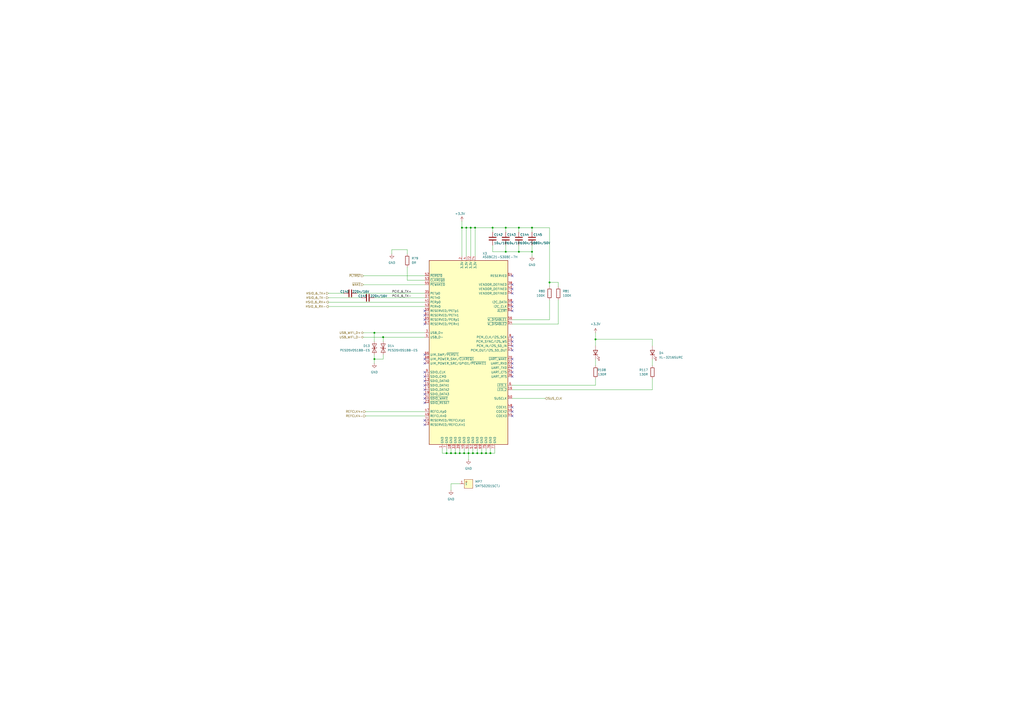
<source format=kicad_sch>
(kicad_sch
	(version 20250114)
	(generator "eeschema")
	(generator_version "9.0")
	(uuid "7714d69d-c1b0-465b-9d90-54e24f75641a")
	(paper "A2")
	(title_block
		(title "LattePanda Mu Console")
		(date "2025-07-30")
		(rev "V1.0")
	)
	(lib_symbols
		(symbol "Connector:Bus_M.2_Socket_E"
			(exclude_from_sim no)
			(in_bom yes)
			(on_board yes)
			(property "Reference" "X6"
				(at 8.128 56.134 0)
				(effects
					(font
						(size 1.27 1.27)
					)
					(justify left)
				)
			)
			(property "Value" "Bus_M.2_Socket_E"
				(at 8.128 54.102 0)
				(effects
					(font
						(size 1.27 1.27)
					)
					(justify left)
				)
			)
			(property "Footprint" "easyeda2kicad:CONN-SMD_AS0BC21-S30BE-7H"
				(at 0 26.67 0)
				(effects
					(font
						(size 1.27 1.27)
					)
					(hide yes)
				)
			)
			(property "Datasheet" "https://web.archive.org/web/20200613074028/http://read.pudn.com/downloads794/doc/project/3133918/PCIe_M.2_Electromechanical_Spec_Rev1.0_Final_11012013_RS_Clean.pdf#page=150"
				(at 0 12.7 0)
				(effects
					(font
						(size 1.27 1.27)
					)
					(hide yes)
				)
			)
			(property "Description" "M.2 Socket 1-SD Mechanical Key E"
				(at 0 0 0)
				(effects
					(font
						(size 1.27 1.27)
					)
					(hide yes)
				)
			)
			(property "ki_keywords" "M2 NGNF PCI-E"
				(at 0 0 0)
				(effects
					(font
						(size 1.27 1.27)
					)
					(hide yes)
				)
			)
			(property "ki_fp_filters" "*M*2*E*"
				(at 0 0 0)
				(effects
					(font
						(size 1.27 1.27)
					)
					(hide yes)
				)
			)
			(symbol "Bus_M.2_Socket_E_0_1"
				(rectangle
					(start -22.86 52.07)
					(end 22.86 -54.61)
					(stroke
						(width 0.254)
						(type default)
					)
					(fill
						(type background)
					)
				)
			)
			(symbol "Bus_M.2_Socket_E_1_1"
				(pin input line
					(at -25.4 43.18 0)
					(length 2.54)
					(name "~{PERST0}"
						(effects
							(font
								(size 1.27 1.27)
							)
						)
					)
					(number "52"
						(effects
							(font
								(size 1.27 1.27)
							)
						)
					)
				)
				(pin open_collector line
					(at -25.4 40.64 0)
					(length 2.54)
					(name "~{CLKREQ0}"
						(effects
							(font
								(size 1.27 1.27)
							)
						)
					)
					(number "53"
						(effects
							(font
								(size 1.27 1.27)
							)
						)
					)
				)
				(pin input line
					(at -25.4 38.1 0)
					(length 2.54)
					(name "~{PEWAKE0}"
						(effects
							(font
								(size 1.27 1.27)
							)
						)
					)
					(number "55"
						(effects
							(font
								(size 1.27 1.27)
							)
						)
					)
				)
				(pin input line
					(at -25.4 33.02 0)
					(length 2.54)
					(name "PETp0"
						(effects
							(font
								(size 1.27 1.27)
							)
						)
					)
					(number "35"
						(effects
							(font
								(size 1.27 1.27)
							)
						)
					)
				)
				(pin input line
					(at -25.4 30.48 0)
					(length 2.54)
					(name "PETn0"
						(effects
							(font
								(size 1.27 1.27)
							)
						)
					)
					(number "37"
						(effects
							(font
								(size 1.27 1.27)
							)
						)
					)
				)
				(pin output line
					(at -25.4 27.94 0)
					(length 2.54)
					(name "PERp0"
						(effects
							(font
								(size 1.27 1.27)
							)
						)
					)
					(number "41"
						(effects
							(font
								(size 1.27 1.27)
							)
						)
					)
				)
				(pin output line
					(at -25.4 25.4 0)
					(length 2.54)
					(name "PERn0"
						(effects
							(font
								(size 1.27 1.27)
							)
						)
					)
					(number "43"
						(effects
							(font
								(size 1.27 1.27)
							)
						)
					)
				)
				(pin input line
					(at -25.4 22.86 0)
					(length 2.54)
					(name "RESERVED/PETp1"
						(effects
							(font
								(size 1.27 1.27)
							)
						)
					)
					(number "59"
						(effects
							(font
								(size 1.27 1.27)
							)
						)
					)
				)
				(pin input line
					(at -25.4 20.32 0)
					(length 2.54)
					(name "RESERVED/PETn1"
						(effects
							(font
								(size 1.27 1.27)
							)
						)
					)
					(number "61"
						(effects
							(font
								(size 1.27 1.27)
							)
						)
					)
				)
				(pin output line
					(at -25.4 17.78 0)
					(length 2.54)
					(name "RESERVED/PERp1"
						(effects
							(font
								(size 1.27 1.27)
							)
						)
					)
					(number "65"
						(effects
							(font
								(size 1.27 1.27)
							)
						)
					)
				)
				(pin output line
					(at -25.4 15.24 0)
					(length 2.54)
					(name "RESERVED/PERn1"
						(effects
							(font
								(size 1.27 1.27)
							)
						)
					)
					(number "67"
						(effects
							(font
								(size 1.27 1.27)
							)
						)
					)
				)
				(pin bidirectional line
					(at -25.4 10.16 0)
					(length 2.54)
					(name "USB_D+"
						(effects
							(font
								(size 1.27 1.27)
							)
						)
					)
					(number "3"
						(effects
							(font
								(size 1.27 1.27)
							)
						)
					)
				)
				(pin bidirectional line
					(at -25.4 7.62 0)
					(length 2.54)
					(name "USB_D-"
						(effects
							(font
								(size 1.27 1.27)
							)
						)
					)
					(number "5"
						(effects
							(font
								(size 1.27 1.27)
							)
						)
					)
				)
				(pin bidirectional line
					(at -25.4 -2.54 0)
					(length 2.54)
					(name "UIM_SWP/~{PERST1}"
						(effects
							(font
								(size 1.27 1.27)
							)
						)
					)
					(number "66"
						(effects
							(font
								(size 1.27 1.27)
							)
						)
					)
				)
				(pin bidirectional line
					(at -25.4 -5.08 0)
					(length 2.54)
					(name "UIM_POWER_SNK/~{CLKREQ1}"
						(effects
							(font
								(size 1.27 1.27)
							)
						)
					)
					(number "68"
						(effects
							(font
								(size 1.27 1.27)
							)
						)
					)
				)
				(pin bidirectional line
					(at -25.4 -7.62 0)
					(length 2.54)
					(name "UIM_POWER_SRC/GPIO1/~{PEWAKE1}"
						(effects
							(font
								(size 1.27 1.27)
							)
						)
					)
					(number "70"
						(effects
							(font
								(size 1.27 1.27)
							)
						)
					)
				)
				(pin input line
					(at -25.4 -12.7 0)
					(length 2.54)
					(name "SDIO_CLK"
						(effects
							(font
								(size 1.27 1.27)
							)
						)
					)
					(number "9"
						(effects
							(font
								(size 1.27 1.27)
							)
						)
					)
				)
				(pin bidirectional line
					(at -25.4 -15.24 0)
					(length 2.54)
					(name "SDIO_CMD"
						(effects
							(font
								(size 1.27 1.27)
							)
						)
					)
					(number "11"
						(effects
							(font
								(size 1.27 1.27)
							)
						)
					)
				)
				(pin bidirectional line
					(at -25.4 -17.78 0)
					(length 2.54)
					(name "SDIO_DATA0"
						(effects
							(font
								(size 1.27 1.27)
							)
						)
					)
					(number "13"
						(effects
							(font
								(size 1.27 1.27)
							)
						)
					)
				)
				(pin bidirectional line
					(at -25.4 -20.32 0)
					(length 2.54)
					(name "SDIO_DATA1"
						(effects
							(font
								(size 1.27 1.27)
							)
						)
					)
					(number "15"
						(effects
							(font
								(size 1.27 1.27)
							)
						)
					)
				)
				(pin bidirectional line
					(at -25.4 -22.86 0)
					(length 2.54)
					(name "SDIO_DATA2"
						(effects
							(font
								(size 1.27 1.27)
							)
						)
					)
					(number "17"
						(effects
							(font
								(size 1.27 1.27)
							)
						)
					)
				)
				(pin bidirectional line
					(at -25.4 -25.4 0)
					(length 2.54)
					(name "SDIO_DATA3"
						(effects
							(font
								(size 1.27 1.27)
							)
						)
					)
					(number "19"
						(effects
							(font
								(size 1.27 1.27)
							)
						)
					)
				)
				(pin open_collector line
					(at -25.4 -27.94 0)
					(length 2.54)
					(name "~{SDIO_WAKE}"
						(effects
							(font
								(size 1.27 1.27)
							)
						)
					)
					(number "21"
						(effects
							(font
								(size 1.27 1.27)
							)
						)
					)
				)
				(pin input line
					(at -25.4 -30.48 0)
					(length 2.54)
					(name "~{SDIO_RESET}"
						(effects
							(font
								(size 1.27 1.27)
							)
						)
					)
					(number "23"
						(effects
							(font
								(size 1.27 1.27)
							)
						)
					)
				)
				(pin input line
					(at -25.4 -35.56 0)
					(length 2.54)
					(name "REFCLKp0"
						(effects
							(font
								(size 1.27 1.27)
							)
						)
					)
					(number "47"
						(effects
							(font
								(size 1.27 1.27)
							)
						)
					)
				)
				(pin input line
					(at -25.4 -38.1 0)
					(length 2.54)
					(name "REFCLKn0"
						(effects
							(font
								(size 1.27 1.27)
							)
						)
					)
					(number "49"
						(effects
							(font
								(size 1.27 1.27)
							)
						)
					)
				)
				(pin input line
					(at -25.4 -40.64 0)
					(length 2.54)
					(name "RESERVED/REFCLKp1"
						(effects
							(font
								(size 1.27 1.27)
							)
						)
					)
					(number "71"
						(effects
							(font
								(size 1.27 1.27)
							)
						)
					)
				)
				(pin input line
					(at -25.4 -43.18 0)
					(length 2.54)
					(name "RESERVED/REFCLKn1"
						(effects
							(font
								(size 1.27 1.27)
							)
						)
					)
					(number "73"
						(effects
							(font
								(size 1.27 1.27)
							)
						)
					)
				)
				(pin power_in line
					(at -15.24 -57.15 90)
					(length 2.54)
					(name "GND"
						(effects
							(font
								(size 1.27 1.27)
							)
						)
					)
					(number "1"
						(effects
							(font
								(size 1.27 1.27)
							)
						)
					)
				)
				(pin passive line
					(at -12.7 -57.15 90)
					(length 2.54)
					(name "GND"
						(effects
							(font
								(size 1.27 1.27)
							)
						)
					)
					(number "7"
						(effects
							(font
								(size 1.27 1.27)
							)
						)
					)
				)
				(pin passive line
					(at -10.16 -57.15 90)
					(length 2.54)
					(name "GND"
						(effects
							(font
								(size 1.27 1.27)
							)
						)
					)
					(number "18"
						(effects
							(font
								(size 1.27 1.27)
							)
						)
					)
				)
				(pin passive line
					(at -7.62 -57.15 90)
					(length 2.54)
					(name "GND"
						(effects
							(font
								(size 1.27 1.27)
							)
						)
					)
					(number "33"
						(effects
							(font
								(size 1.27 1.27)
							)
						)
					)
				)
				(pin passive line
					(at -5.08 -57.15 90)
					(length 2.54)
					(name "GND"
						(effects
							(font
								(size 1.27 1.27)
							)
						)
					)
					(number "39"
						(effects
							(font
								(size 1.27 1.27)
							)
						)
					)
				)
				(pin power_in line
					(at -3.81 54.61 270)
					(length 2.54)
					(name "3.3V"
						(effects
							(font
								(size 1.27 1.27)
							)
						)
					)
					(number "2"
						(effects
							(font
								(size 1.27 1.27)
							)
						)
					)
				)
				(pin passive line
					(at -2.54 -57.15 90)
					(length 2.54)
					(name "GND"
						(effects
							(font
								(size 1.27 1.27)
							)
						)
					)
					(number "45"
						(effects
							(font
								(size 1.27 1.27)
							)
						)
					)
				)
				(pin passive line
					(at -1.27 54.61 270)
					(length 2.54)
					(name "3.3V"
						(effects
							(font
								(size 1.27 1.27)
							)
						)
					)
					(number "4"
						(effects
							(font
								(size 1.27 1.27)
							)
						)
					)
				)
				(pin passive line
					(at 0 -57.15 90)
					(length 2.54)
					(name "GND"
						(effects
							(font
								(size 1.27 1.27)
							)
						)
					)
					(number "51"
						(effects
							(font
								(size 1.27 1.27)
							)
						)
					)
				)
				(pin passive line
					(at 1.27 54.61 270)
					(length 2.54)
					(name "3.3V"
						(effects
							(font
								(size 1.27 1.27)
							)
						)
					)
					(number "72"
						(effects
							(font
								(size 1.27 1.27)
							)
						)
					)
				)
				(pin passive line
					(at 2.54 -57.15 90)
					(length 2.54)
					(name "GND"
						(effects
							(font
								(size 1.27 1.27)
							)
						)
					)
					(number "57"
						(effects
							(font
								(size 1.27 1.27)
							)
						)
					)
				)
				(pin passive line
					(at 3.81 54.61 270)
					(length 2.54)
					(name "3.3V"
						(effects
							(font
								(size 1.27 1.27)
							)
						)
					)
					(number "74"
						(effects
							(font
								(size 1.27 1.27)
							)
						)
					)
				)
				(pin passive line
					(at 5.08 -57.15 90)
					(length 2.54)
					(name "GND"
						(effects
							(font
								(size 1.27 1.27)
							)
						)
					)
					(number "63"
						(effects
							(font
								(size 1.27 1.27)
							)
						)
					)
				)
				(pin passive line
					(at 7.62 -57.15 90)
					(length 2.54)
					(name "GND"
						(effects
							(font
								(size 1.27 1.27)
							)
						)
					)
					(number "69"
						(effects
							(font
								(size 1.27 1.27)
							)
						)
					)
				)
				(pin passive line
					(at 10.16 -57.15 90)
					(length 2.54)
					(name "GND"
						(effects
							(font
								(size 1.27 1.27)
							)
						)
					)
					(number "75"
						(effects
							(font
								(size 1.27 1.27)
							)
						)
					)
				)
				(pin passive line
					(at 12.7 -57.15 90)
					(length 2.54)
					(name "GND"
						(effects
							(font
								(size 1.27 1.27)
							)
						)
					)
					(number "76"
						(effects
							(font
								(size 1.27 1.27)
							)
						)
					)
				)
				(pin passive line
					(at 15.24 -57.15 90)
					(length 2.54)
					(name "GND"
						(effects
							(font
								(size 1.27 1.27)
							)
						)
					)
					(number "77"
						(effects
							(font
								(size 1.27 1.27)
							)
						)
					)
				)
				(pin passive line
					(at 25.4 43.18 180)
					(length 2.54)
					(name "RESERVED"
						(effects
							(font
								(size 1.27 1.27)
							)
						)
					)
					(number "64"
						(effects
							(font
								(size 1.27 1.27)
							)
						)
					)
				)
				(pin bidirectional line
					(at 25.4 38.1 180)
					(length 2.54)
					(name "VENDOR_DEFINED"
						(effects
							(font
								(size 1.27 1.27)
							)
						)
					)
					(number "38"
						(effects
							(font
								(size 1.27 1.27)
							)
						)
					)
				)
				(pin input line
					(at 25.4 35.56 180)
					(length 2.54)
					(name "VENDOR_DEFINED"
						(effects
							(font
								(size 1.27 1.27)
							)
						)
					)
					(number "40"
						(effects
							(font
								(size 1.27 1.27)
							)
						)
					)
				)
				(pin input line
					(at 25.4 33.02 180)
					(length 2.54)
					(name "VENDOR_DEFINED"
						(effects
							(font
								(size 1.27 1.27)
							)
						)
					)
					(number "42"
						(effects
							(font
								(size 1.27 1.27)
							)
						)
					)
				)
				(pin bidirectional line
					(at 25.4 27.94 180)
					(length 2.54)
					(name "I2C_DATA"
						(effects
							(font
								(size 1.27 1.27)
							)
						)
					)
					(number "58"
						(effects
							(font
								(size 1.27 1.27)
							)
						)
					)
				)
				(pin input line
					(at 25.4 25.4 180)
					(length 2.54)
					(name "I2C_CLK"
						(effects
							(font
								(size 1.27 1.27)
							)
						)
					)
					(number "60"
						(effects
							(font
								(size 1.27 1.27)
							)
						)
					)
				)
				(pin open_collector line
					(at 25.4 22.86 180)
					(length 2.54)
					(name "~{ALERT}"
						(effects
							(font
								(size 1.27 1.27)
							)
						)
					)
					(number "62"
						(effects
							(font
								(size 1.27 1.27)
							)
						)
					)
				)
				(pin output line
					(at 25.4 17.78 180)
					(length 2.54)
					(name "~{W_DISABLE1}"
						(effects
							(font
								(size 1.27 1.27)
							)
						)
					)
					(number "56"
						(effects
							(font
								(size 1.27 1.27)
							)
						)
					)
				)
				(pin input line
					(at 25.4 15.24 180)
					(length 2.54)
					(name "~{W_DISABLE2}"
						(effects
							(font
								(size 1.27 1.27)
							)
						)
					)
					(number "54"
						(effects
							(font
								(size 1.27 1.27)
							)
						)
					)
				)
				(pin bidirectional line
					(at 25.4 7.62 180)
					(length 2.54)
					(name "PCM_CLK/I2S_SCK"
						(effects
							(font
								(size 1.27 1.27)
							)
						)
					)
					(number "8"
						(effects
							(font
								(size 1.27 1.27)
							)
						)
					)
				)
				(pin bidirectional line
					(at 25.4 5.08 180)
					(length 2.54)
					(name "PCM_SYNC/I2S_WS"
						(effects
							(font
								(size 1.27 1.27)
							)
						)
					)
					(number "10"
						(effects
							(font
								(size 1.27 1.27)
							)
						)
					)
				)
				(pin output line
					(at 25.4 2.54 180)
					(length 2.54)
					(name "PCM_IN/I2S_SD_IN"
						(effects
							(font
								(size 1.27 1.27)
							)
						)
					)
					(number "12"
						(effects
							(font
								(size 1.27 1.27)
							)
						)
					)
				)
				(pin input line
					(at 25.4 0 180)
					(length 2.54)
					(name "PCM_OUT/I2S_SD_OUT"
						(effects
							(font
								(size 1.27 1.27)
							)
						)
					)
					(number "14"
						(effects
							(font
								(size 1.27 1.27)
							)
						)
					)
				)
				(pin open_collector line
					(at 25.4 -5.08 180)
					(length 2.54)
					(name "~{UART_WAKE}"
						(effects
							(font
								(size 1.27 1.27)
							)
						)
					)
					(number "20"
						(effects
							(font
								(size 1.27 1.27)
							)
						)
					)
				)
				(pin output line
					(at 25.4 -7.62 180)
					(length 2.54)
					(name "UART_RXD"
						(effects
							(font
								(size 1.27 1.27)
							)
						)
					)
					(number "22"
						(effects
							(font
								(size 1.27 1.27)
							)
						)
					)
				)
				(pin input line
					(at 25.4 -10.16 180)
					(length 2.54)
					(name "UART_TXD"
						(effects
							(font
								(size 1.27 1.27)
							)
						)
					)
					(number "32"
						(effects
							(font
								(size 1.27 1.27)
							)
						)
					)
				)
				(pin output line
					(at 25.4 -12.7 180)
					(length 2.54)
					(name "UART_CTS"
						(effects
							(font
								(size 1.27 1.27)
							)
						)
					)
					(number "34"
						(effects
							(font
								(size 1.27 1.27)
							)
						)
					)
				)
				(pin input line
					(at 25.4 -15.24 180)
					(length 2.54)
					(name "UART_RTS"
						(effects
							(font
								(size 1.27 1.27)
							)
						)
					)
					(number "36"
						(effects
							(font
								(size 1.27 1.27)
							)
						)
					)
				)
				(pin open_collector line
					(at 25.4 -20.32 180)
					(length 2.54)
					(name "~{LED_1}"
						(effects
							(font
								(size 1.27 1.27)
							)
						)
					)
					(number "6"
						(effects
							(font
								(size 1.27 1.27)
							)
						)
					)
				)
				(pin open_collector line
					(at 25.4 -22.86 180)
					(length 2.54)
					(name "~{LED_2}"
						(effects
							(font
								(size 1.27 1.27)
							)
						)
					)
					(number "16"
						(effects
							(font
								(size 1.27 1.27)
							)
						)
					)
				)
				(pin input line
					(at 25.4 -27.94 180)
					(length 2.54)
					(name "SUSCLK"
						(effects
							(font
								(size 1.27 1.27)
							)
						)
					)
					(number "50"
						(effects
							(font
								(size 1.27 1.27)
							)
						)
					)
				)
				(pin bidirectional line
					(at 25.4 -33.02 180)
					(length 2.54)
					(name "COEX1"
						(effects
							(font
								(size 1.27 1.27)
							)
						)
					)
					(number "48"
						(effects
							(font
								(size 1.27 1.27)
							)
						)
					)
				)
				(pin bidirectional line
					(at 25.4 -35.56 180)
					(length 2.54)
					(name "COEX2"
						(effects
							(font
								(size 1.27 1.27)
							)
						)
					)
					(number "46"
						(effects
							(font
								(size 1.27 1.27)
							)
						)
					)
				)
				(pin bidirectional line
					(at 25.4 -38.1 180)
					(length 2.54)
					(name "COEX3"
						(effects
							(font
								(size 1.27 1.27)
							)
						)
					)
					(number "44"
						(effects
							(font
								(size 1.27 1.27)
							)
						)
					)
				)
			)
			(embedded_fonts no)
		)
		(symbol "Device:C"
			(pin_numbers
				(hide yes)
			)
			(pin_names
				(offset 0.254)
			)
			(exclude_from_sim no)
			(in_bom yes)
			(on_board yes)
			(property "Reference" "C"
				(at 0.635 2.54 0)
				(effects
					(font
						(size 1.27 1.27)
					)
					(justify left)
				)
			)
			(property "Value" "C"
				(at 0.635 -2.54 0)
				(effects
					(font
						(size 1.27 1.27)
					)
					(justify left)
				)
			)
			(property "Footprint" ""
				(at 0.9652 -3.81 0)
				(effects
					(font
						(size 1.27 1.27)
					)
					(hide yes)
				)
			)
			(property "Datasheet" "~"
				(at 0 0 0)
				(effects
					(font
						(size 1.27 1.27)
					)
					(hide yes)
				)
			)
			(property "Description" "Unpolarized capacitor"
				(at 0 0 0)
				(effects
					(font
						(size 1.27 1.27)
					)
					(hide yes)
				)
			)
			(property "ki_keywords" "cap capacitor"
				(at 0 0 0)
				(effects
					(font
						(size 1.27 1.27)
					)
					(hide yes)
				)
			)
			(property "ki_fp_filters" "C_*"
				(at 0 0 0)
				(effects
					(font
						(size 1.27 1.27)
					)
					(hide yes)
				)
			)
			(symbol "C_0_1"
				(polyline
					(pts
						(xy -2.032 0.762) (xy 2.032 0.762)
					)
					(stroke
						(width 0.508)
						(type default)
					)
					(fill
						(type none)
					)
				)
				(polyline
					(pts
						(xy -2.032 -0.762) (xy 2.032 -0.762)
					)
					(stroke
						(width 0.508)
						(type default)
					)
					(fill
						(type none)
					)
				)
			)
			(symbol "C_1_1"
				(pin passive line
					(at 0 3.81 270)
					(length 2.794)
					(name "~"
						(effects
							(font
								(size 1.27 1.27)
							)
						)
					)
					(number "1"
						(effects
							(font
								(size 1.27 1.27)
							)
						)
					)
				)
				(pin passive line
					(at 0 -3.81 90)
					(length 2.794)
					(name "~"
						(effects
							(font
								(size 1.27 1.27)
							)
						)
					)
					(number "2"
						(effects
							(font
								(size 1.27 1.27)
							)
						)
					)
				)
			)
			(embedded_fonts no)
		)
		(symbol "Device:R"
			(pin_numbers
				(hide yes)
			)
			(pin_names
				(offset 0)
			)
			(exclude_from_sim no)
			(in_bom yes)
			(on_board yes)
			(property "Reference" "R"
				(at 2.032 0 90)
				(effects
					(font
						(size 1.27 1.27)
					)
				)
			)
			(property "Value" "R"
				(at 0 0 90)
				(effects
					(font
						(size 1.27 1.27)
					)
				)
			)
			(property "Footprint" ""
				(at -1.778 0 90)
				(effects
					(font
						(size 1.27 1.27)
					)
					(hide yes)
				)
			)
			(property "Datasheet" "~"
				(at 0 0 0)
				(effects
					(font
						(size 1.27 1.27)
					)
					(hide yes)
				)
			)
			(property "Description" "Resistor"
				(at 0 0 0)
				(effects
					(font
						(size 1.27 1.27)
					)
					(hide yes)
				)
			)
			(property "ki_keywords" "R res resistor"
				(at 0 0 0)
				(effects
					(font
						(size 1.27 1.27)
					)
					(hide yes)
				)
			)
			(property "ki_fp_filters" "R_*"
				(at 0 0 0)
				(effects
					(font
						(size 1.27 1.27)
					)
					(hide yes)
				)
			)
			(symbol "R_0_1"
				(rectangle
					(start -1.016 -2.54)
					(end 1.016 2.54)
					(stroke
						(width 0.254)
						(type default)
					)
					(fill
						(type none)
					)
				)
			)
			(symbol "R_1_1"
				(pin passive line
					(at 0 3.81 270)
					(length 1.27)
					(name "~"
						(effects
							(font
								(size 1.27 1.27)
							)
						)
					)
					(number "1"
						(effects
							(font
								(size 1.27 1.27)
							)
						)
					)
				)
				(pin passive line
					(at 0 -3.81 90)
					(length 1.27)
					(name "~"
						(effects
							(font
								(size 1.27 1.27)
							)
						)
					)
					(number "2"
						(effects
							(font
								(size 1.27 1.27)
							)
						)
					)
				)
			)
			(embedded_fonts no)
		)
		(symbol "Diode:ESD9B5.0ST5G"
			(pin_numbers
				(hide yes)
			)
			(pin_names
				(offset 1.016)
				(hide yes)
			)
			(exclude_from_sim no)
			(in_bom yes)
			(on_board yes)
			(property "Reference" "D"
				(at 0 2.54 0)
				(effects
					(font
						(size 1.27 1.27)
					)
				)
			)
			(property "Value" "ESD9B5.0ST5G"
				(at 0 -2.54 0)
				(effects
					(font
						(size 1.27 1.27)
					)
				)
			)
			(property "Footprint" "Diode_SMD:D_SOD-923"
				(at 0 0 0)
				(effects
					(font
						(size 1.27 1.27)
					)
					(hide yes)
				)
			)
			(property "Datasheet" "https://www.onsemi.com/pub/Collateral/ESD9B-D.PDF"
				(at 0 0 0)
				(effects
					(font
						(size 1.27 1.27)
					)
					(hide yes)
				)
			)
			(property "Description" "ESD protection diode, 5.0Vrwm, SOD-923"
				(at 0 0 0)
				(effects
					(font
						(size 1.27 1.27)
					)
					(hide yes)
				)
			)
			(property "ki_keywords" "diode TVS ESD"
				(at 0 0 0)
				(effects
					(font
						(size 1.27 1.27)
					)
					(hide yes)
				)
			)
			(property "ki_fp_filters" "D*SOD?923*"
				(at 0 0 0)
				(effects
					(font
						(size 1.27 1.27)
					)
					(hide yes)
				)
			)
			(symbol "ESD9B5.0ST5G_0_1"
				(polyline
					(pts
						(xy -2.54 -1.27) (xy 0 0) (xy -2.54 1.27) (xy -2.54 -1.27)
					)
					(stroke
						(width 0.2032)
						(type default)
					)
					(fill
						(type none)
					)
				)
				(polyline
					(pts
						(xy 0.508 1.27) (xy 0 1.27) (xy 0 -1.27) (xy -0.508 -1.27)
					)
					(stroke
						(width 0.2032)
						(type default)
					)
					(fill
						(type none)
					)
				)
				(polyline
					(pts
						(xy 1.27 0) (xy -1.27 0)
					)
					(stroke
						(width 0)
						(type default)
					)
					(fill
						(type none)
					)
				)
				(polyline
					(pts
						(xy 2.54 1.27) (xy 2.54 -1.27) (xy 0 0) (xy 2.54 1.27)
					)
					(stroke
						(width 0.2032)
						(type default)
					)
					(fill
						(type none)
					)
				)
			)
			(symbol "ESD9B5.0ST5G_1_1"
				(pin passive line
					(at -3.81 0 0)
					(length 2.54)
					(name "A1"
						(effects
							(font
								(size 1.27 1.27)
							)
						)
					)
					(number "1"
						(effects
							(font
								(size 1.27 1.27)
							)
						)
					)
				)
				(pin passive line
					(at 3.81 0 180)
					(length 2.54)
					(name "A2"
						(effects
							(font
								(size 1.27 1.27)
							)
						)
					)
					(number "2"
						(effects
							(font
								(size 1.27 1.27)
							)
						)
					)
				)
			)
			(embedded_fonts no)
		)
		(symbol "LED:IR26-21C_L110_TR8"
			(pin_numbers
				(hide yes)
			)
			(pin_names
				(offset 1.016)
				(hide yes)
			)
			(exclude_from_sim no)
			(in_bom yes)
			(on_board yes)
			(property "Reference" "D"
				(at 0 2.54 0)
				(effects
					(font
						(size 1.27 1.27)
					)
				)
			)
			(property "Value" "IR26-21C_L110_TR8"
				(at 0 -3.81 0)
				(effects
					(font
						(size 1.27 1.27)
					)
				)
			)
			(property "Footprint" "LED_SMD:LED_1206_3216Metric"
				(at 0 5.08 0)
				(effects
					(font
						(size 1.27 1.27)
					)
					(hide yes)
				)
			)
			(property "Datasheet" "http://www.everlight.com/file/ProductFile/IR26-21C-L110-TR8.pdf"
				(at 0 0 0)
				(effects
					(font
						(size 1.27 1.27)
					)
					(hide yes)
				)
			)
			(property "Description" "940nm, 20 deg, Infrared LED, 1206"
				(at 0 0 0)
				(effects
					(font
						(size 1.27 1.27)
					)
					(hide yes)
				)
			)
			(property "ki_keywords" "IR LED"
				(at 0 0 0)
				(effects
					(font
						(size 1.27 1.27)
					)
					(hide yes)
				)
			)
			(property "ki_fp_filters" "LED*1206*3216Metric*"
				(at 0 0 0)
				(effects
					(font
						(size 1.27 1.27)
					)
					(hide yes)
				)
			)
			(symbol "IR26-21C_L110_TR8_0_1"
				(polyline
					(pts
						(xy -3.048 -0.762) (xy -4.572 -2.286) (xy -3.81 -2.286) (xy -4.572 -2.286) (xy -4.572 -1.524)
					)
					(stroke
						(width 0)
						(type default)
					)
					(fill
						(type none)
					)
				)
				(polyline
					(pts
						(xy -1.778 -0.762) (xy -3.302 -2.286) (xy -2.54 -2.286) (xy -3.302 -2.286) (xy -3.302 -1.524)
					)
					(stroke
						(width 0)
						(type default)
					)
					(fill
						(type none)
					)
				)
				(polyline
					(pts
						(xy -1.27 0) (xy 1.27 0)
					)
					(stroke
						(width 0)
						(type default)
					)
					(fill
						(type none)
					)
				)
				(polyline
					(pts
						(xy -1.27 -1.27) (xy -1.27 1.27)
					)
					(stroke
						(width 0.254)
						(type default)
					)
					(fill
						(type none)
					)
				)
				(polyline
					(pts
						(xy 1.27 -1.27) (xy 1.27 1.27) (xy -1.27 0) (xy 1.27 -1.27)
					)
					(stroke
						(width 0.254)
						(type default)
					)
					(fill
						(type none)
					)
				)
			)
			(symbol "IR26-21C_L110_TR8_1_1"
				(pin passive line
					(at -3.81 0 0)
					(length 2.54)
					(name "K"
						(effects
							(font
								(size 1.27 1.27)
							)
						)
					)
					(number "1"
						(effects
							(font
								(size 1.27 1.27)
							)
						)
					)
				)
				(pin passive line
					(at 3.81 0 180)
					(length 2.54)
					(name "A"
						(effects
							(font
								(size 1.27 1.27)
							)
						)
					)
					(number "2"
						(effects
							(font
								(size 1.27 1.27)
							)
						)
					)
				)
			)
			(embedded_fonts no)
		)
		(symbol "easyeda2kicad:SMTSO2015CTJ"
			(exclude_from_sim no)
			(in_bom yes)
			(on_board yes)
			(property "Reference" "MP"
				(at 0 5.08 0)
				(effects
					(font
						(size 1.27 1.27)
					)
				)
			)
			(property "Value" "SMTSO2015CTJ"
				(at 0 -5.08 0)
				(effects
					(font
						(size 1.27 1.27)
					)
				)
			)
			(property "Footprint" "easyeda2kicad:SMD_BD5.6-L5.6-W5.6-D3.6"
				(at 0 -7.62 0)
				(effects
					(font
						(size 1.27 1.27)
					)
					(hide yes)
				)
			)
			(property "Datasheet" ""
				(at 0 0 0)
				(effects
					(font
						(size 1.27 1.27)
					)
					(hide yes)
				)
			)
			(property "Description" ""
				(at 0 0 0)
				(effects
					(font
						(size 1.27 1.27)
					)
					(hide yes)
				)
			)
			(property "LCSC Part" "C2916320"
				(at 0 -10.16 0)
				(effects
					(font
						(size 1.27 1.27)
					)
					(hide yes)
				)
			)
			(symbol "SMTSO2015CTJ_0_1"
				(rectangle
					(start -2.54 2.54)
					(end 2.54 -2.54)
					(stroke
						(width 0)
						(type default)
					)
					(fill
						(type background)
					)
				)
				(circle
					(center -1.27 1.27)
					(radius 0.38)
					(stroke
						(width 0)
						(type default)
					)
					(fill
						(type none)
					)
				)
				(pin unspecified line
					(at -5.08 0 0)
					(length 2.54)
					(name "1"
						(effects
							(font
								(size 1.27 1.27)
							)
						)
					)
					(number "1"
						(effects
							(font
								(size 1.27 1.27)
							)
						)
					)
				)
			)
			(embedded_fonts no)
		)
		(symbol "power:+3.3V"
			(power)
			(pin_numbers
				(hide yes)
			)
			(pin_names
				(offset 0)
				(hide yes)
			)
			(exclude_from_sim no)
			(in_bom yes)
			(on_board yes)
			(property "Reference" "#PWR"
				(at 0 -3.81 0)
				(effects
					(font
						(size 1.27 1.27)
					)
					(hide yes)
				)
			)
			(property "Value" "+3.3V"
				(at 0 3.556 0)
				(effects
					(font
						(size 1.27 1.27)
					)
				)
			)
			(property "Footprint" ""
				(at 0 0 0)
				(effects
					(font
						(size 1.27 1.27)
					)
					(hide yes)
				)
			)
			(property "Datasheet" ""
				(at 0 0 0)
				(effects
					(font
						(size 1.27 1.27)
					)
					(hide yes)
				)
			)
			(property "Description" "Power symbol creates a global label with name \"+3.3V\""
				(at 0 0 0)
				(effects
					(font
						(size 1.27 1.27)
					)
					(hide yes)
				)
			)
			(property "ki_keywords" "global power"
				(at 0 0 0)
				(effects
					(font
						(size 1.27 1.27)
					)
					(hide yes)
				)
			)
			(symbol "+3.3V_0_1"
				(polyline
					(pts
						(xy -0.762 1.27) (xy 0 2.54)
					)
					(stroke
						(width 0)
						(type default)
					)
					(fill
						(type none)
					)
				)
				(polyline
					(pts
						(xy 0 2.54) (xy 0.762 1.27)
					)
					(stroke
						(width 0)
						(type default)
					)
					(fill
						(type none)
					)
				)
				(polyline
					(pts
						(xy 0 0) (xy 0 2.54)
					)
					(stroke
						(width 0)
						(type default)
					)
					(fill
						(type none)
					)
				)
			)
			(symbol "+3.3V_1_1"
				(pin power_in line
					(at 0 0 90)
					(length 0)
					(name "~"
						(effects
							(font
								(size 1.27 1.27)
							)
						)
					)
					(number "1"
						(effects
							(font
								(size 1.27 1.27)
							)
						)
					)
				)
			)
			(embedded_fonts no)
		)
		(symbol "power:GND"
			(power)
			(pin_numbers
				(hide yes)
			)
			(pin_names
				(offset 0)
				(hide yes)
			)
			(exclude_from_sim no)
			(in_bom yes)
			(on_board yes)
			(property "Reference" "#PWR"
				(at 0 -6.35 0)
				(effects
					(font
						(size 1.27 1.27)
					)
					(hide yes)
				)
			)
			(property "Value" "GND"
				(at 0 -3.81 0)
				(effects
					(font
						(size 1.27 1.27)
					)
				)
			)
			(property "Footprint" ""
				(at 0 0 0)
				(effects
					(font
						(size 1.27 1.27)
					)
					(hide yes)
				)
			)
			(property "Datasheet" ""
				(at 0 0 0)
				(effects
					(font
						(size 1.27 1.27)
					)
					(hide yes)
				)
			)
			(property "Description" "Power symbol creates a global label with name \"GND\" , ground"
				(at 0 0 0)
				(effects
					(font
						(size 1.27 1.27)
					)
					(hide yes)
				)
			)
			(property "ki_keywords" "global power"
				(at 0 0 0)
				(effects
					(font
						(size 1.27 1.27)
					)
					(hide yes)
				)
			)
			(symbol "GND_0_1"
				(polyline
					(pts
						(xy 0 0) (xy 0 -1.27) (xy 1.27 -1.27) (xy 0 -2.54) (xy -1.27 -1.27) (xy 0 -1.27)
					)
					(stroke
						(width 0)
						(type default)
					)
					(fill
						(type none)
					)
				)
			)
			(symbol "GND_1_1"
				(pin power_in line
					(at 0 0 270)
					(length 0)
					(name "~"
						(effects
							(font
								(size 1.27 1.27)
							)
						)
					)
					(number "1"
						(effects
							(font
								(size 1.27 1.27)
							)
						)
					)
				)
			)
			(embedded_fonts no)
		)
	)
	(junction
		(at 308.61 132.08)
		(diameter 0)
		(color 0 0 0 0)
		(uuid "0be4bcc7-0354-47e5-9a40-de7449f28b3b")
	)
	(junction
		(at 281.94 262.89)
		(diameter 0)
		(color 0 0 0 0)
		(uuid "1a482f6f-e502-470e-8fad-e04d3e0125be")
	)
	(junction
		(at 271.78 262.89)
		(diameter 0)
		(color 0 0 0 0)
		(uuid "27dd697f-b525-4364-b194-2f513a86d370")
	)
	(junction
		(at 308.61 146.05)
		(diameter 0)
		(color 0 0 0 0)
		(uuid "2914efcb-d6b5-4455-8991-7e7cab0bc64a")
	)
	(junction
		(at 285.75 132.08)
		(diameter 0)
		(color 0 0 0 0)
		(uuid "2a4a1db4-6476-4012-b59d-83fcf8219e6e")
	)
	(junction
		(at 318.77 163.83)
		(diameter 0)
		(color 0 0 0 0)
		(uuid "2fbe2b26-a7e3-4041-be13-7f18b6d4d210")
	)
	(junction
		(at 264.16 262.89)
		(diameter 0)
		(color 0 0 0 0)
		(uuid "366cb190-9597-4a36-b2f3-821794913ccf")
	)
	(junction
		(at 276.86 262.89)
		(diameter 0)
		(color 0 0 0 0)
		(uuid "39d0b943-7fec-4f5c-906d-8ddec6adb1bb")
	)
	(junction
		(at 293.37 146.05)
		(diameter 0)
		(color 0 0 0 0)
		(uuid "4738d7a0-ff76-4caa-999a-3cf0ef4f50f3")
	)
	(junction
		(at 222.25 195.58)
		(diameter 0)
		(color 0 0 0 0)
		(uuid "4b0817c8-ada3-4d1f-a1cd-f8d22f94bb65")
	)
	(junction
		(at 275.59 132.08)
		(diameter 0)
		(color 0 0 0 0)
		(uuid "4fe9a7c8-d9d0-4080-a4b7-9b2d6f2606f3")
	)
	(junction
		(at 273.05 132.08)
		(diameter 0)
		(color 0 0 0 0)
		(uuid "666ed41c-a134-4831-b37d-8bc14b613ce0")
	)
	(junction
		(at 259.08 262.89)
		(diameter 0)
		(color 0 0 0 0)
		(uuid "71b402e7-5924-4aab-aecc-ade9196c5091")
	)
	(junction
		(at 269.24 262.89)
		(diameter 0)
		(color 0 0 0 0)
		(uuid "83d67ce7-27b1-4186-9d19-cebea88b3ec6")
	)
	(junction
		(at 293.37 132.08)
		(diameter 0)
		(color 0 0 0 0)
		(uuid "8dfd1a39-849d-4597-9347-37fb1b8d410d")
	)
	(junction
		(at 300.99 146.05)
		(diameter 0)
		(color 0 0 0 0)
		(uuid "a4223cec-95f0-456e-8dbb-455e813d2d62")
	)
	(junction
		(at 279.4 262.89)
		(diameter 0)
		(color 0 0 0 0)
		(uuid "a5eecc01-13bf-4680-9e03-a92f056c4cf3")
	)
	(junction
		(at 270.51 132.08)
		(diameter 0)
		(color 0 0 0 0)
		(uuid "b8ced01c-1f86-428c-a44c-5d02aea54e46")
	)
	(junction
		(at 345.44 196.85)
		(diameter 0)
		(color 0 0 0 0)
		(uuid "bb193494-3835-48ec-85c5-17e899b7930c")
	)
	(junction
		(at 266.7 262.89)
		(diameter 0)
		(color 0 0 0 0)
		(uuid "bd2d8719-00aa-48df-9cfe-84bb4ae0b3e4")
	)
	(junction
		(at 261.62 262.89)
		(diameter 0)
		(color 0 0 0 0)
		(uuid "bfb9389b-1e2c-41f0-b23a-a1e64fe3c55d")
	)
	(junction
		(at 274.32 262.89)
		(diameter 0)
		(color 0 0 0 0)
		(uuid "c9f41d67-59d0-44f3-9aa5-8893ddb25624")
	)
	(junction
		(at 217.17 193.04)
		(diameter 0)
		(color 0 0 0 0)
		(uuid "d06f4671-9599-4a53-ba8b-0d718ba0a5d9")
	)
	(junction
		(at 217.17 208.28)
		(diameter 0)
		(color 0 0 0 0)
		(uuid "d2275826-c60b-4395-bd7e-03c9c6c467a1")
	)
	(junction
		(at 300.99 132.08)
		(diameter 0)
		(color 0 0 0 0)
		(uuid "d7cd71ec-3153-477c-a4ff-9d7374085df8")
	)
	(junction
		(at 284.48 262.89)
		(diameter 0)
		(color 0 0 0 0)
		(uuid "e6b3d66c-6634-4ea7-aece-bc552630db2a")
	)
	(junction
		(at 267.97 132.08)
		(diameter 0)
		(color 0 0 0 0)
		(uuid "eba3bcff-b6d5-4949-bd61-3d2e994f2a83")
	)
	(no_connect
		(at 297.18 238.76)
		(uuid "01af1a9b-ae65-46d7-b166-9142c7e63dbb")
	)
	(no_connect
		(at 246.38 223.52)
		(uuid "022f5f74-9f21-4e54-a2d9-25479bf6c4a5")
	)
	(no_connect
		(at 246.38 246.38)
		(uuid "071ab519-7b86-425b-b494-1160403fc999")
	)
	(no_connect
		(at 246.38 218.44)
		(uuid "07c4f1b6-8b0a-4569-afe1-fd9e95fc0e01")
	)
	(no_connect
		(at 246.38 208.28)
		(uuid "1d55450e-5132-4d3d-8c40-69cc0dd4d654")
	)
	(no_connect
		(at 246.38 180.34)
		(uuid "31165b32-ec87-4d7d-a0f0-47352ff2249b")
	)
	(no_connect
		(at 246.38 182.88)
		(uuid "3b2f19fa-67a0-411e-8bab-68e994f2b76b")
	)
	(no_connect
		(at 246.38 233.68)
		(uuid "44029a45-a88c-48e3-adbd-b4bd80d849c3")
	)
	(no_connect
		(at 246.38 205.74)
		(uuid "48a39386-5d8f-45b1-91ed-1cda98f77546")
	)
	(no_connect
		(at 246.38 187.96)
		(uuid "4d8864b6-0b2f-45cd-846e-fe4496792f76")
	)
	(no_connect
		(at 297.18 195.58)
		(uuid "5a13dbb2-326c-409a-8194-5bdf0e0268ae")
	)
	(no_connect
		(at 297.18 175.26)
		(uuid "5b5a1a36-3894-4e6f-899d-1640a99625a9")
	)
	(no_connect
		(at 297.18 203.2)
		(uuid "6b92dbad-f5f3-4aa8-9a44-4e37ba6eb69e")
	)
	(no_connect
		(at 297.18 200.66)
		(uuid "76baf259-4678-4486-9c03-52c7f62281bd")
	)
	(no_connect
		(at 297.18 198.12)
		(uuid "78bbc05f-4636-4bdd-b14f-8169c18e59c4")
	)
	(no_connect
		(at 297.18 160.02)
		(uuid "7fcafd1b-a452-4733-b20b-807c42807a5e")
	)
	(no_connect
		(at 297.18 241.3)
		(uuid "93a38f07-a720-4257-8e49-691db38ca001")
	)
	(no_connect
		(at 246.38 215.9)
		(uuid "9d21b7b9-d43d-4f23-8bcb-575dc75cb3a5")
	)
	(no_connect
		(at 246.38 231.14)
		(uuid "9eb88934-85bf-42bc-8459-a4bc0edb753c")
	)
	(no_connect
		(at 246.38 226.06)
		(uuid "a7e62db4-0e00-4b9e-a3a1-695c04bcc87e")
	)
	(no_connect
		(at 297.18 177.8)
		(uuid "ac58548a-57ec-4dba-8782-0845a017c904")
	)
	(no_connect
		(at 297.18 213.36)
		(uuid "ae099797-ebfd-4b33-aa02-eab4308bd607")
	)
	(no_connect
		(at 246.38 210.82)
		(uuid "b033d8c7-cce8-48e4-b1cd-d0cf573a8f72")
	)
	(no_connect
		(at 297.18 215.9)
		(uuid "c658b87d-dae8-4298-968a-21969812c82e")
	)
	(no_connect
		(at 297.18 210.82)
		(uuid "c82623a6-0c87-4c49-a7af-15cf400e2bd5")
	)
	(no_connect
		(at 297.18 167.64)
		(uuid "cd5b96f8-23bd-4c95-9bca-78b2993e97f5")
	)
	(no_connect
		(at 297.18 165.1)
		(uuid "d8a34981-ca93-4f81-9c08-c8f8b6e91cfa")
	)
	(no_connect
		(at 297.18 208.28)
		(uuid "db975b7c-cafc-48ec-a513-7a7a2dfa3d06")
	)
	(no_connect
		(at 297.18 180.34)
		(uuid "e2ac5e2d-d604-4139-b376-a9d1695b5b79")
	)
	(no_connect
		(at 297.18 236.22)
		(uuid "ec4aeaca-9492-4e9b-8a66-b2ea1f1d62ea")
	)
	(no_connect
		(at 246.38 243.84)
		(uuid "ecf7f903-14f7-43c1-a414-59a06cc0a1d4")
	)
	(no_connect
		(at 246.38 228.6)
		(uuid "f4afc56e-66c8-4edc-a76a-d2a40d313409")
	)
	(no_connect
		(at 297.18 218.44)
		(uuid "f7e085a8-9933-4aad-bd95-f17fecc52618")
	)
	(no_connect
		(at 246.38 220.98)
		(uuid "fb08778c-4bb8-4e6c-9ca9-6c6ac53d10d9")
	)
	(no_connect
		(at 297.18 170.18)
		(uuid "fea601c4-6c2c-4487-bcf7-2b7f4924d812")
	)
	(no_connect
		(at 246.38 185.42)
		(uuid "fff84237-eb53-42cb-b971-0471388497ca")
	)
	(wire
		(pts
			(xy 267.97 128.27) (xy 267.97 132.08)
		)
		(stroke
			(width 0)
			(type default)
		)
		(uuid "01c0c8db-4593-4c28-b158-601ac2da7547")
	)
	(wire
		(pts
			(xy 236.22 162.56) (xy 246.38 162.56)
		)
		(stroke
			(width 0)
			(type default)
		)
		(uuid "041d40d7-a056-49d5-8442-ffefd79b79fe")
	)
	(wire
		(pts
			(xy 318.77 132.08) (xy 308.61 132.08)
		)
		(stroke
			(width 0)
			(type default)
		)
		(uuid "10823bac-5f2c-467e-9ca7-baa6d6bd88cd")
	)
	(wire
		(pts
			(xy 267.97 148.59) (xy 267.97 132.08)
		)
		(stroke
			(width 0)
			(type default)
		)
		(uuid "10cfebc6-5a2e-48b8-b730-9b43cfa7732a")
	)
	(wire
		(pts
			(xy 271.78 262.89) (xy 271.78 266.7)
		)
		(stroke
			(width 0)
			(type default)
		)
		(uuid "128977ca-1b83-47d8-8e1b-633abafeb13f")
	)
	(wire
		(pts
			(xy 261.62 260.35) (xy 261.62 262.89)
		)
		(stroke
			(width 0)
			(type default)
		)
		(uuid "12af4882-cd47-4870-8354-eb38c1d6c985")
	)
	(wire
		(pts
			(xy 266.7 262.89) (xy 269.24 262.89)
		)
		(stroke
			(width 0)
			(type default)
		)
		(uuid "1401d982-2a7e-4bbf-b398-45de73619e53")
	)
	(wire
		(pts
			(xy 217.17 208.28) (xy 217.17 210.82)
		)
		(stroke
			(width 0)
			(type default)
		)
		(uuid "17bcc39f-cf36-4a26-a874-5b80ba5ab717")
	)
	(wire
		(pts
			(xy 190.5 172.72) (xy 209.55 172.72)
		)
		(stroke
			(width 0)
			(type default)
		)
		(uuid "1915e96e-9cd4-4b8e-98ce-4bda49e9d28a")
	)
	(wire
		(pts
			(xy 345.44 196.85) (xy 345.44 200.66)
		)
		(stroke
			(width 0)
			(type default)
		)
		(uuid "193c008c-a4c4-4f21-9a10-ab9c0c5b99d9")
	)
	(wire
		(pts
			(xy 300.99 132.08) (xy 293.37 132.08)
		)
		(stroke
			(width 0)
			(type default)
		)
		(uuid "1de88201-1d10-447c-a2ec-203480b5f379")
	)
	(wire
		(pts
			(xy 274.32 262.89) (xy 276.86 262.89)
		)
		(stroke
			(width 0)
			(type default)
		)
		(uuid "21fff21a-7183-4fa0-b2d2-7b501cbfb89c")
	)
	(wire
		(pts
			(xy 274.32 260.35) (xy 274.32 262.89)
		)
		(stroke
			(width 0)
			(type default)
		)
		(uuid "2a616e91-0b0b-4625-b68f-aee11399f963")
	)
	(wire
		(pts
			(xy 308.61 146.05) (xy 308.61 142.24)
		)
		(stroke
			(width 0)
			(type default)
		)
		(uuid "2f001878-de0f-4776-a70b-ab4a445137d0")
	)
	(wire
		(pts
			(xy 236.22 154.94) (xy 236.22 162.56)
		)
		(stroke
			(width 0)
			(type default)
		)
		(uuid "302cd5bd-94a6-4e57-82a0-43e32481edc4")
	)
	(wire
		(pts
			(xy 259.08 260.35) (xy 259.08 262.89)
		)
		(stroke
			(width 0)
			(type default)
		)
		(uuid "31b72135-9a86-4420-827b-7d8fcf0ded2a")
	)
	(wire
		(pts
			(xy 345.44 219.71) (xy 345.44 223.52)
		)
		(stroke
			(width 0)
			(type default)
		)
		(uuid "3517af54-8f5b-432e-b428-eb77cf7b161e")
	)
	(wire
		(pts
			(xy 345.44 193.04) (xy 345.44 196.85)
		)
		(stroke
			(width 0)
			(type default)
		)
		(uuid "3608e6c7-c665-4b1a-9c33-b2e8cf68072d")
	)
	(wire
		(pts
			(xy 217.17 193.04) (xy 217.17 198.12)
		)
		(stroke
			(width 0)
			(type default)
		)
		(uuid "36b5b724-73a0-457f-b8ef-64bb59dd93c6")
	)
	(wire
		(pts
			(xy 190.5 170.18) (xy 199.39 170.18)
		)
		(stroke
			(width 0)
			(type default)
		)
		(uuid "3aabf90c-8ec8-4c3e-8fac-65324d7234e5")
	)
	(wire
		(pts
			(xy 293.37 134.62) (xy 293.37 132.08)
		)
		(stroke
			(width 0)
			(type default)
		)
		(uuid "3d722843-cf0d-4bfe-9986-0dd1a81e6cc8")
	)
	(wire
		(pts
			(xy 323.85 163.83) (xy 323.85 166.37)
		)
		(stroke
			(width 0)
			(type default)
		)
		(uuid "3d84faab-3ea4-462f-8721-358bfa8e953b")
	)
	(wire
		(pts
			(xy 212.09 238.76) (xy 246.38 238.76)
		)
		(stroke
			(width 0)
			(type default)
		)
		(uuid "3d8cd3fc-228a-4c7a-b2d8-5b4a3f82aac3")
	)
	(wire
		(pts
			(xy 378.46 196.85) (xy 378.46 200.66)
		)
		(stroke
			(width 0)
			(type default)
		)
		(uuid "3e6eed05-3787-4be1-87e4-b1193c5702e4")
	)
	(wire
		(pts
			(xy 275.59 132.08) (xy 275.59 148.59)
		)
		(stroke
			(width 0)
			(type default)
		)
		(uuid "3fabdf06-1c9a-48f6-bb0b-2e89f593b82f")
	)
	(wire
		(pts
			(xy 279.4 260.35) (xy 279.4 262.89)
		)
		(stroke
			(width 0)
			(type default)
		)
		(uuid "40cbccff-13a3-4087-88b0-0eb7017ee4d2")
	)
	(wire
		(pts
			(xy 318.77 132.08) (xy 318.77 163.83)
		)
		(stroke
			(width 0)
			(type default)
		)
		(uuid "4644be8b-cff6-4d2e-825d-0dbcd438f8bf")
	)
	(wire
		(pts
			(xy 297.18 223.52) (xy 345.44 223.52)
		)
		(stroke
			(width 0)
			(type default)
		)
		(uuid "47193a57-ad66-4ee1-ac25-09bdbe188704")
	)
	(wire
		(pts
			(xy 284.48 260.35) (xy 284.48 262.89)
		)
		(stroke
			(width 0)
			(type default)
		)
		(uuid "47716fd9-614e-4d0a-8c5c-e547e5404d59")
	)
	(wire
		(pts
			(xy 323.85 187.96) (xy 323.85 173.99)
		)
		(stroke
			(width 0)
			(type default)
		)
		(uuid "47f6242e-f7f1-464c-8d02-edaa2a73c9b5")
	)
	(wire
		(pts
			(xy 318.77 173.99) (xy 318.77 185.42)
		)
		(stroke
			(width 0)
			(type default)
		)
		(uuid "48bb19a3-7718-4d08-a2cc-713ebe432652")
	)
	(wire
		(pts
			(xy 279.4 262.89) (xy 281.94 262.89)
		)
		(stroke
			(width 0)
			(type default)
		)
		(uuid "4abe82fa-0382-45c8-bac8-5558bbf61f23")
	)
	(wire
		(pts
			(xy 318.77 163.83) (xy 318.77 166.37)
		)
		(stroke
			(width 0)
			(type default)
		)
		(uuid "4f3653f0-18b2-4437-9561-2eafbf1c0a00")
	)
	(wire
		(pts
			(xy 222.25 205.74) (xy 222.25 208.28)
		)
		(stroke
			(width 0)
			(type default)
		)
		(uuid "50aef365-b556-4468-8d1e-42dec2c11072")
	)
	(wire
		(pts
			(xy 273.05 132.08) (xy 273.05 148.59)
		)
		(stroke
			(width 0)
			(type default)
		)
		(uuid "584c498b-e2a3-4b9a-83be-f0d4430e33a7")
	)
	(wire
		(pts
			(xy 308.61 146.05) (xy 308.61 148.59)
		)
		(stroke
			(width 0)
			(type default)
		)
		(uuid "58b7dc63-9d50-433e-b9bf-377b7341d65d")
	)
	(wire
		(pts
			(xy 287.02 262.89) (xy 287.02 260.35)
		)
		(stroke
			(width 0)
			(type default)
		)
		(uuid "5969075e-348d-4fb8-98c6-b4a2a3826ef3")
	)
	(wire
		(pts
			(xy 285.75 142.24) (xy 285.75 146.05)
		)
		(stroke
			(width 0)
			(type default)
		)
		(uuid "597cedd1-4575-4061-94ff-8d00e54e939e")
	)
	(wire
		(pts
			(xy 378.46 219.71) (xy 378.46 226.06)
		)
		(stroke
			(width 0)
			(type default)
		)
		(uuid "5df6bbed-a0d0-4bc8-aa0d-eb7040635ffe")
	)
	(wire
		(pts
			(xy 281.94 262.89) (xy 284.48 262.89)
		)
		(stroke
			(width 0)
			(type default)
		)
		(uuid "60966513-d997-4d9e-905d-4b99693f9666")
	)
	(wire
		(pts
			(xy 222.25 195.58) (xy 222.25 198.12)
		)
		(stroke
			(width 0)
			(type default)
		)
		(uuid "61fb9325-9767-4f1f-907e-71081cdea0ca")
	)
	(wire
		(pts
			(xy 227.33 144.78) (xy 236.22 144.78)
		)
		(stroke
			(width 0)
			(type default)
		)
		(uuid "654e1d31-44af-4fe3-9cbb-7f335ec4adf3")
	)
	(wire
		(pts
			(xy 300.99 146.05) (xy 308.61 146.05)
		)
		(stroke
			(width 0)
			(type default)
		)
		(uuid "667266af-2b79-4e16-8727-0dbdbe61fd95")
	)
	(wire
		(pts
			(xy 261.62 280.67) (xy 266.7 280.67)
		)
		(stroke
			(width 0)
			(type default)
		)
		(uuid "6ed80143-daa0-4937-afa8-c77b6229c1f5")
	)
	(wire
		(pts
			(xy 270.51 132.08) (xy 270.51 148.59)
		)
		(stroke
			(width 0)
			(type default)
		)
		(uuid "71ebc294-6100-4d1b-97b5-198756070f59")
	)
	(wire
		(pts
			(xy 227.33 147.32) (xy 227.33 144.78)
		)
		(stroke
			(width 0)
			(type default)
		)
		(uuid "73f3b7b8-cb10-4932-8e06-0ffa3360ad60")
	)
	(wire
		(pts
			(xy 316.23 231.14) (xy 297.18 231.14)
		)
		(stroke
			(width 0)
			(type default)
		)
		(uuid "7530e88a-7bd1-429e-b66e-e7402396ee5c")
	)
	(wire
		(pts
			(xy 217.17 193.04) (xy 246.38 193.04)
		)
		(stroke
			(width 0)
			(type default)
		)
		(uuid "768ac16e-449f-4df4-b01d-e75b71c85b84")
	)
	(wire
		(pts
			(xy 190.5 177.8) (xy 246.38 177.8)
		)
		(stroke
			(width 0)
			(type default)
		)
		(uuid "77b06c5d-369f-4047-8fdf-1cd655952bb0")
	)
	(wire
		(pts
			(xy 323.85 163.83) (xy 318.77 163.83)
		)
		(stroke
			(width 0)
			(type default)
		)
		(uuid "7997fc2b-3be0-4d08-9f37-5ee9e7ade1f0")
	)
	(wire
		(pts
			(xy 256.54 262.89) (xy 259.08 262.89)
		)
		(stroke
			(width 0)
			(type default)
		)
		(uuid "7db11265-12e4-4c46-be93-5591da5eaddf")
	)
	(wire
		(pts
			(xy 345.44 208.28) (xy 345.44 212.09)
		)
		(stroke
			(width 0)
			(type default)
		)
		(uuid "7e871058-f13d-4a1a-8720-955608fb98ba")
	)
	(wire
		(pts
			(xy 293.37 142.24) (xy 293.37 146.05)
		)
		(stroke
			(width 0)
			(type default)
		)
		(uuid "81ae20f0-4afe-473d-b70f-c2733a4d6ad2")
	)
	(wire
		(pts
			(xy 318.77 185.42) (xy 297.18 185.42)
		)
		(stroke
			(width 0)
			(type default)
		)
		(uuid "8254d6ed-9667-4a84-ace5-9614bc16503d")
	)
	(wire
		(pts
			(xy 276.86 262.89) (xy 279.4 262.89)
		)
		(stroke
			(width 0)
			(type default)
		)
		(uuid "882e9c2d-ab17-4aef-9608-7d5d1e24ea44")
	)
	(wire
		(pts
			(xy 264.16 262.89) (xy 266.7 262.89)
		)
		(stroke
			(width 0)
			(type default)
		)
		(uuid "89c1a353-bda9-458f-b7e7-b8b7b8284e9e")
	)
	(wire
		(pts
			(xy 378.46 196.85) (xy 345.44 196.85)
		)
		(stroke
			(width 0)
			(type default)
		)
		(uuid "9426ccab-97e5-477b-8a7b-5fa98fdede52")
	)
	(wire
		(pts
			(xy 269.24 260.35) (xy 269.24 262.89)
		)
		(stroke
			(width 0)
			(type default)
		)
		(uuid "94f5726a-bb51-4fdc-b005-3f99bd65ca84")
	)
	(wire
		(pts
			(xy 284.48 262.89) (xy 287.02 262.89)
		)
		(stroke
			(width 0)
			(type default)
		)
		(uuid "9ad4d64c-3c90-4bbe-b798-ec16aac88593")
	)
	(wire
		(pts
			(xy 300.99 134.62) (xy 300.99 132.08)
		)
		(stroke
			(width 0)
			(type default)
		)
		(uuid "9b30618a-114d-4d80-97d5-aba372e24e39")
	)
	(wire
		(pts
			(xy 270.51 132.08) (xy 273.05 132.08)
		)
		(stroke
			(width 0)
			(type default)
		)
		(uuid "9b8246b3-aa9c-498d-9b04-7082ba1469bb")
	)
	(wire
		(pts
			(xy 259.08 262.89) (xy 261.62 262.89)
		)
		(stroke
			(width 0)
			(type default)
		)
		(uuid "9c58d19d-b4c8-4787-a0db-b584792fdde0")
	)
	(wire
		(pts
			(xy 285.75 132.08) (xy 275.59 132.08)
		)
		(stroke
			(width 0)
			(type default)
		)
		(uuid "9cfd2974-f526-49e9-98f1-a3c5557d6f90")
	)
	(wire
		(pts
			(xy 297.18 187.96) (xy 323.85 187.96)
		)
		(stroke
			(width 0)
			(type default)
		)
		(uuid "9da08e6c-71d6-4a79-927a-a1420f87472d")
	)
	(wire
		(pts
			(xy 271.78 262.89) (xy 274.32 262.89)
		)
		(stroke
			(width 0)
			(type default)
		)
		(uuid "a1a26767-e4b3-4871-9e67-c68f10c07165")
	)
	(wire
		(pts
			(xy 293.37 146.05) (xy 300.99 146.05)
		)
		(stroke
			(width 0)
			(type default)
		)
		(uuid "a7f9fde0-a118-48ad-9e35-83570d6f2160")
	)
	(wire
		(pts
			(xy 285.75 134.62) (xy 285.75 132.08)
		)
		(stroke
			(width 0)
			(type default)
		)
		(uuid "a8421c73-80e8-4763-ac39-98b58f30bba1")
	)
	(wire
		(pts
			(xy 210.82 193.04) (xy 217.17 193.04)
		)
		(stroke
			(width 0)
			(type default)
		)
		(uuid "ab3e76f6-ab16-43f5-a258-bf8bfb0703fc")
	)
	(wire
		(pts
			(xy 276.86 260.35) (xy 276.86 262.89)
		)
		(stroke
			(width 0)
			(type default)
		)
		(uuid "afd9ff35-2bef-486a-b13c-62696ee4cd6c")
	)
	(wire
		(pts
			(xy 297.18 226.06) (xy 378.46 226.06)
		)
		(stroke
			(width 0)
			(type default)
		)
		(uuid "b457c4a5-6a32-4189-baa7-dd404cad89bb")
	)
	(wire
		(pts
			(xy 266.7 260.35) (xy 266.7 262.89)
		)
		(stroke
			(width 0)
			(type default)
		)
		(uuid "b4a38558-5788-41ce-ad52-63d2d15b30a5")
	)
	(wire
		(pts
			(xy 300.99 142.24) (xy 300.99 146.05)
		)
		(stroke
			(width 0)
			(type default)
		)
		(uuid "b5048569-15e9-4ba2-98a5-2a979e6e4970")
	)
	(wire
		(pts
			(xy 261.62 284.48) (xy 261.62 280.67)
		)
		(stroke
			(width 0)
			(type default)
		)
		(uuid "ba55b3dc-7a8b-4d75-a48a-d85567c92df2")
	)
	(wire
		(pts
			(xy 256.54 260.35) (xy 256.54 262.89)
		)
		(stroke
			(width 0)
			(type default)
		)
		(uuid "bbd88a6b-845a-4881-9fe2-6d16ac26cbbd")
	)
	(wire
		(pts
			(xy 281.94 260.35) (xy 281.94 262.89)
		)
		(stroke
			(width 0)
			(type default)
		)
		(uuid "bcfd5c02-c459-4080-9751-6a0a144bbea3")
	)
	(wire
		(pts
			(xy 293.37 132.08) (xy 285.75 132.08)
		)
		(stroke
			(width 0)
			(type default)
		)
		(uuid "bd87903f-bd69-4367-9246-14ac2315feca")
	)
	(wire
		(pts
			(xy 264.16 260.35) (xy 264.16 262.89)
		)
		(stroke
			(width 0)
			(type default)
		)
		(uuid "c1ca0a66-0a3a-4c12-88dc-fdfb70d1faa4")
	)
	(wire
		(pts
			(xy 217.17 205.74) (xy 217.17 208.28)
		)
		(stroke
			(width 0)
			(type default)
		)
		(uuid "c43c80b0-194d-44a0-934a-35dd3118b0ad")
	)
	(wire
		(pts
			(xy 236.22 144.78) (xy 236.22 147.32)
		)
		(stroke
			(width 0)
			(type default)
		)
		(uuid "c7f629f9-be59-4a60-9572-2bf043b71f0e")
	)
	(wire
		(pts
			(xy 222.25 195.58) (xy 246.38 195.58)
		)
		(stroke
			(width 0)
			(type default)
		)
		(uuid "ca5b8bf1-8edf-4a88-b587-b9e01dca0dec")
	)
	(wire
		(pts
			(xy 308.61 132.08) (xy 300.99 132.08)
		)
		(stroke
			(width 0)
			(type default)
		)
		(uuid "ce3ba530-81f6-4dfb-b45b-c5ea1a22fcdf")
	)
	(wire
		(pts
			(xy 308.61 134.62) (xy 308.61 132.08)
		)
		(stroke
			(width 0)
			(type default)
		)
		(uuid "d33f25ca-bab4-4550-9c19-471db047ab15")
	)
	(wire
		(pts
			(xy 210.82 195.58) (xy 222.25 195.58)
		)
		(stroke
			(width 0)
			(type default)
		)
		(uuid "d3fe4fe6-084c-4a1d-b3a4-a9b3a33cf45f")
	)
	(wire
		(pts
			(xy 217.17 172.72) (xy 246.38 172.72)
		)
		(stroke
			(width 0)
			(type default)
		)
		(uuid "d5c00d49-df1b-4499-ad68-76396ed0076f")
	)
	(wire
		(pts
			(xy 271.78 260.35) (xy 271.78 262.89)
		)
		(stroke
			(width 0)
			(type default)
		)
		(uuid "d6bd9a47-3489-4d94-97e6-7ac8ddf79250")
	)
	(wire
		(pts
			(xy 269.24 262.89) (xy 271.78 262.89)
		)
		(stroke
			(width 0)
			(type default)
		)
		(uuid "d73ab2ea-b931-441b-a120-af64e5be947a")
	)
	(wire
		(pts
			(xy 190.5 175.26) (xy 246.38 175.26)
		)
		(stroke
			(width 0)
			(type default)
		)
		(uuid "d8a88489-3e92-48cd-b53e-57be735bcc12")
	)
	(wire
		(pts
			(xy 210.82 160.02) (xy 246.38 160.02)
		)
		(stroke
			(width 0)
			(type default)
		)
		(uuid "df3e8b87-222b-4b03-9117-3f5c1410ed48")
	)
	(wire
		(pts
			(xy 378.46 208.28) (xy 378.46 212.09)
		)
		(stroke
			(width 0)
			(type default)
		)
		(uuid "e7af642c-b2b4-4e9d-871e-9234c1fb6d2b")
	)
	(wire
		(pts
			(xy 261.62 262.89) (xy 264.16 262.89)
		)
		(stroke
			(width 0)
			(type default)
		)
		(uuid "f12e7767-698d-48dd-9c22-b55ef70f5403")
	)
	(wire
		(pts
			(xy 210.82 165.1) (xy 246.38 165.1)
		)
		(stroke
			(width 0)
			(type default)
		)
		(uuid "f20973de-ad0f-44ba-ad78-a31fce5c5b83")
	)
	(wire
		(pts
			(xy 207.01 170.18) (xy 246.38 170.18)
		)
		(stroke
			(width 0)
			(type default)
		)
		(uuid "f264a2d1-27da-45e6-80d3-69460942dabb")
	)
	(wire
		(pts
			(xy 212.09 241.3) (xy 246.38 241.3)
		)
		(stroke
			(width 0)
			(type default)
		)
		(uuid "f3933b8c-2764-4296-aa8d-2fd100665c0e")
	)
	(wire
		(pts
			(xy 267.97 132.08) (xy 270.51 132.08)
		)
		(stroke
			(width 0)
			(type default)
		)
		(uuid "f630bb9a-b242-4cc1-8d95-96fd9be23fc3")
	)
	(wire
		(pts
			(xy 275.59 132.08) (xy 273.05 132.08)
		)
		(stroke
			(width 0)
			(type default)
		)
		(uuid "f7ff67aa-8c39-4b91-8c1f-cf7ed7a9dbc4")
	)
	(wire
		(pts
			(xy 285.75 146.05) (xy 293.37 146.05)
		)
		(stroke
			(width 0)
			(type default)
		)
		(uuid "fa6d8bf1-0e5a-43aa-b19b-c815a1a5da93")
	)
	(wire
		(pts
			(xy 222.25 208.28) (xy 217.17 208.28)
		)
		(stroke
			(width 0)
			(type default)
		)
		(uuid "fb52e332-bd10-4060-8467-3c54a4b20446")
	)
	(label "PCIE_6_TX+"
		(at 227.33 170.18 0)
		(effects
			(font
				(size 1.27 1.27)
			)
			(justify left bottom)
		)
		(uuid "72c38b8a-0a91-4e28-831b-bb0e1bb9af0b")
	)
	(label "PCIE_6_TX-"
		(at 227.33 172.72 0)
		(effects
			(font
				(size 1.27 1.27)
			)
			(justify left bottom)
		)
		(uuid "d8e87cbe-4e04-46a4-a119-04fa21870bbb")
	)
	(hierarchical_label "HSIO_6_TX-"
		(shape input)
		(at 190.5 172.72 180)
		(effects
			(font
				(size 1.27 1.27)
			)
			(justify right)
		)
		(uuid "1d98f1fe-2987-40bb-88ca-60039b4c009b")
	)
	(hierarchical_label "REFCLK4-"
		(shape input)
		(at 212.09 241.3 180)
		(effects
			(font
				(size 1.27 1.27)
			)
			(justify right)
		)
		(uuid "28663ac8-c072-42d9-88e3-ce5a31dd6c34")
	)
	(hierarchical_label "~{PLTRST}"
		(shape input)
		(at 210.82 160.02 180)
		(effects
			(font
				(size 1.27 1.27)
			)
			(justify right)
		)
		(uuid "40df8c46-d8d2-4e6a-81c1-cf11cbca8b7e")
	)
	(hierarchical_label "REFCLK4+"
		(shape input)
		(at 212.09 238.76 180)
		(effects
			(font
				(size 1.27 1.27)
			)
			(justify right)
		)
		(uuid "62aff5bb-2d77-46ad-8cf1-a995c2fce019")
	)
	(hierarchical_label "USB_WIFI_D-"
		(shape bidirectional)
		(at 210.82 195.58 180)
		(effects
			(font
				(size 1.27 1.27)
			)
			(justify right)
		)
		(uuid "62f901d4-2cb9-440e-ad81-8602ca3e4ec4")
	)
	(hierarchical_label "HSIO_6_RX-"
		(shape output)
		(at 190.5 177.8 180)
		(effects
			(font
				(size 1.27 1.27)
			)
			(justify right)
		)
		(uuid "658fdd29-8305-4623-8a93-b923630565f0")
	)
	(hierarchical_label "USB_WIFI_D+"
		(shape bidirectional)
		(at 210.82 193.04 180)
		(effects
			(font
				(size 1.27 1.27)
			)
			(justify right)
		)
		(uuid "776e89d4-3d05-483f-a659-c42f56c05d2b")
	)
	(hierarchical_label "HSIO_6_TX+"
		(shape input)
		(at 190.5 170.18 180)
		(effects
			(font
				(size 1.27 1.27)
			)
			(justify right)
		)
		(uuid "779eddfe-e8e1-421f-a27b-53de183e73c4")
	)
	(hierarchical_label "~{WAKE}"
		(shape input)
		(at 210.82 165.1 180)
		(effects
			(font
				(size 1.27 1.27)
			)
			(justify right)
		)
		(uuid "877a8594-549f-4069-8fad-36cd260574f6")
	)
	(hierarchical_label "SUS_CLK"
		(shape input)
		(at 316.23 231.14 0)
		(effects
			(font
				(size 1.27 1.27)
			)
			(justify left)
		)
		(uuid "d5a98ca4-9cb3-4589-82ba-3bba3fbe96e5")
	)
	(hierarchical_label "HSIO_6_RX+"
		(shape output)
		(at 190.5 175.26 180)
		(effects
			(font
				(size 1.27 1.27)
			)
			(justify right)
		)
		(uuid "da506290-67ab-4670-bc78-adeb7ed835c4")
	)
	(symbol
		(lib_id "Device:C")
		(at 285.75 138.43 0)
		(unit 1)
		(exclude_from_sim no)
		(in_bom yes)
		(on_board yes)
		(dnp no)
		(uuid "0b738ab7-4906-4ac9-9a68-901bbe3b0b49")
		(property "Reference" "C142"
			(at 286.512 136.144 0)
			(effects
				(font
					(size 1.27 1.27)
				)
				(justify left)
			)
		)
		(property "Value" "10u/10V"
			(at 286.512 140.97 0)
			(effects
				(font
					(size 1.27 1.27)
				)
				(justify left)
			)
		)
		(property "Footprint" "Capacitor_SMD:C_0603_1608Metric"
			(at 286.7152 142.24 0)
			(effects
				(font
					(size 1.27 1.27)
				)
				(hide yes)
			)
		)
		(property "Datasheet" "~"
			(at 285.75 138.43 0)
			(effects
				(font
					(size 1.27 1.27)
				)
				(hide yes)
			)
		)
		(property "Description" "Unpolarized capacitor"
			(at 285.75 138.43 0)
			(effects
				(font
					(size 1.27 1.27)
				)
				(hide yes)
			)
		)
		(property "LCSC Part" "C19702"
			(at 285.75 138.43 0)
			(effects
				(font
					(size 1.27 1.27)
				)
				(hide yes)
			)
		)
		(property "DDD Stock" "Yes"
			(at 285.75 138.43 0)
			(effects
				(font
					(size 1.27 1.27)
				)
				(hide yes)
			)
		)
		(property "In Stock" "Yes"
			(at 285.75 138.43 0)
			(effects
				(font
					(size 1.27 1.27)
				)
				(hide yes)
			)
		)
		(property "Package" ""
			(at 285.75 138.43 0)
			(effects
				(font
					(size 1.27 1.27)
				)
			)
		)
		(property "Part#" ""
			(at 285.75 138.43 0)
			(effects
				(font
					(size 1.27 1.27)
				)
			)
		)
		(pin "2"
			(uuid "8dd720b4-9595-4265-96fc-1ad46a01c5da")
		)
		(pin "1"
			(uuid "76ba783b-9795-4084-99ec-4ee5556ae488")
		)
		(instances
			(project "SuperPanda"
				(path "/037207fa-f63c-49e5-a6ce-a6331a16c505/3a99a0d9-a437-456b-bc02-48c14ffb1a6f"
					(reference "C142")
					(unit 1)
				)
			)
		)
	)
	(symbol
		(lib_id "Device:C")
		(at 293.37 138.43 0)
		(unit 1)
		(exclude_from_sim no)
		(in_bom yes)
		(on_board yes)
		(dnp no)
		(uuid "1b298b2f-7f63-4d1c-b0ab-0a8984a3fbdc")
		(property "Reference" "C143"
			(at 294.132 136.144 0)
			(effects
				(font
					(size 1.27 1.27)
				)
				(justify left)
			)
		)
		(property "Value" "10u/10V"
			(at 294.132 140.97 0)
			(effects
				(font
					(size 1.27 1.27)
				)
				(justify left)
			)
		)
		(property "Footprint" "Capacitor_SMD:C_0603_1608Metric"
			(at 294.3352 142.24 0)
			(effects
				(font
					(size 1.27 1.27)
				)
				(hide yes)
			)
		)
		(property "Datasheet" "~"
			(at 293.37 138.43 0)
			(effects
				(font
					(size 1.27 1.27)
				)
				(hide yes)
			)
		)
		(property "Description" "Unpolarized capacitor"
			(at 293.37 138.43 0)
			(effects
				(font
					(size 1.27 1.27)
				)
				(hide yes)
			)
		)
		(property "LCSC Part" "C19702"
			(at 293.37 138.43 0)
			(effects
				(font
					(size 1.27 1.27)
				)
				(hide yes)
			)
		)
		(property "DDD Stock" "Yes"
			(at 293.37 138.43 0)
			(effects
				(font
					(size 1.27 1.27)
				)
				(hide yes)
			)
		)
		(property "In Stock" "Yes"
			(at 293.37 138.43 0)
			(effects
				(font
					(size 1.27 1.27)
				)
				(hide yes)
			)
		)
		(property "Package" ""
			(at 293.37 138.43 0)
			(effects
				(font
					(size 1.27 1.27)
				)
			)
		)
		(property "Part#" ""
			(at 293.37 138.43 0)
			(effects
				(font
					(size 1.27 1.27)
				)
			)
		)
		(pin "2"
			(uuid "09a4b3f3-06e4-4bb6-9017-f6610cd24cfd")
		)
		(pin "1"
			(uuid "3ce2a1c5-3030-4d10-a343-83b6bb1a6ee9")
		)
		(instances
			(project "SuperPanda"
				(path "/037207fa-f63c-49e5-a6ce-a6331a16c505/3a99a0d9-a437-456b-bc02-48c14ffb1a6f"
					(reference "C143")
					(unit 1)
				)
			)
		)
	)
	(symbol
		(lib_id "Diode:ESD9B5.0ST5G")
		(at 222.25 201.93 90)
		(unit 1)
		(exclude_from_sim no)
		(in_bom yes)
		(on_board yes)
		(dnp no)
		(fields_autoplaced yes)
		(uuid "23e50b9c-eff6-4459-a924-4736594b8dbb")
		(property "Reference" "D14"
			(at 224.79 200.6599 90)
			(effects
				(font
					(size 1.27 1.27)
				)
				(justify right)
			)
		)
		(property "Value" "PESD5V0S1BB-ES"
			(at 224.79 203.1999 90)
			(effects
				(font
					(size 1.27 1.27)
				)
				(justify right)
			)
		)
		(property "Footprint" "Diode_SMD:D_SOD-523"
			(at 222.25 201.93 0)
			(effects
				(font
					(size 1.27 1.27)
				)
				(hide yes)
			)
		)
		(property "Datasheet" ""
			(at 222.25 201.93 0)
			(effects
				(font
					(size 1.27 1.27)
				)
				(hide yes)
			)
		)
		(property "Description" "ESD protection diode, 5.0Vrwm, SOD-523"
			(at 222.25 201.93 0)
			(effects
				(font
					(size 1.27 1.27)
				)
				(hide yes)
			)
		)
		(property "LCSC Part" "C5199184"
			(at 222.25 201.93 0)
			(effects
				(font
					(size 1.27 1.27)
				)
				(hide yes)
			)
		)
		(property "MPN" "PESD5V0S1BB-ES"
			(at 222.25 201.93 0)
			(effects
				(font
					(size 1.27 1.27)
				)
				(hide yes)
			)
		)
		(property "DDD Stock" "No"
			(at 222.25 201.93 0)
			(effects
				(font
					(size 1.27 1.27)
				)
				(hide yes)
			)
		)
		(property "In Stock" "No"
			(at 222.25 201.93 0)
			(effects
				(font
					(size 1.27 1.27)
				)
				(hide yes)
			)
		)
		(pin "1"
			(uuid "92d5c6ee-2eea-46d3-9d18-6c4d90dbc597")
		)
		(pin "2"
			(uuid "b9ca4863-a557-4a3f-9769-6017e87cd37c")
		)
		(instances
			(project "MiniMu_ALC269"
				(path "/037207fa-f63c-49e5-a6ce-a6331a16c505/3a99a0d9-a437-456b-bc02-48c14ffb1a6f"
					(reference "D14")
					(unit 1)
				)
			)
		)
	)
	(symbol
		(lib_id "LED:IR26-21C_L110_TR8")
		(at 378.46 204.47 90)
		(unit 1)
		(exclude_from_sim no)
		(in_bom yes)
		(on_board yes)
		(dnp no)
		(fields_autoplaced yes)
		(uuid "262a7b4f-fd41-410b-a007-05cb1a12728f")
		(property "Reference" "D4"
			(at 382.27 204.7874 90)
			(effects
				(font
					(size 1.27 1.27)
				)
				(justify right)
			)
		)
		(property "Value" "XL-3216SURC"
			(at 382.27 207.3274 90)
			(effects
				(font
					(size 1.27 1.27)
				)
				(justify right)
			)
		)
		(property "Footprint" "LED_SMD:LED_1206_3216Metric"
			(at 373.38 204.47 0)
			(effects
				(font
					(size 1.27 1.27)
				)
				(hide yes)
			)
		)
		(property "Datasheet" "http://www.everlight.com/file/ProductFile/IR26-21C-L110-TR8.pdf"
			(at 378.46 204.47 0)
			(effects
				(font
					(size 1.27 1.27)
				)
				(hide yes)
			)
		)
		(property "Description" "940nm, 20 deg, Infrared LED, 1206"
			(at 378.46 204.47 0)
			(effects
				(font
					(size 1.27 1.27)
				)
				(hide yes)
			)
		)
		(property "Package" ""
			(at 378.46 204.47 0)
			(effects
				(font
					(size 1.27 1.27)
				)
				(hide yes)
			)
		)
		(property "Part#" ""
			(at 378.46 204.47 0)
			(effects
				(font
					(size 1.27 1.27)
				)
				(hide yes)
			)
		)
		(property "DDD Stock" "No"
			(at 378.46 204.47 0)
			(effects
				(font
					(size 1.27 1.27)
				)
				(hide yes)
			)
		)
		(property "LCSC Part" "C965822"
			(at 378.46 204.47 0)
			(effects
				(font
					(size 1.27 1.27)
				)
				(hide yes)
			)
		)
		(property "MPN" "XL-3216SURC"
			(at 378.46 204.47 0)
			(effects
				(font
					(size 1.27 1.27)
				)
				(hide yes)
			)
		)
		(property "In Stock" "No"
			(at 378.46 204.47 0)
			(effects
				(font
					(size 1.27 1.27)
				)
				(hide yes)
			)
		)
		(pin "2"
			(uuid "cfaa7814-8998-4db5-a0a2-f7c330c87e6a")
		)
		(pin "1"
			(uuid "26710647-78a7-459d-8c92-36d282dfff0c")
		)
		(instances
			(project "SuperPanda"
				(path "/037207fa-f63c-49e5-a6ce-a6331a16c505/3a99a0d9-a437-456b-bc02-48c14ffb1a6f"
					(reference "D4")
					(unit 1)
				)
			)
		)
	)
	(symbol
		(lib_id "Diode:ESD9B5.0ST5G")
		(at 217.17 201.93 270)
		(mirror x)
		(unit 1)
		(exclude_from_sim no)
		(in_bom yes)
		(on_board yes)
		(dnp no)
		(uuid "33658ad5-3258-4fe0-adfa-5c183ebb2863")
		(property "Reference" "D13"
			(at 214.63 200.6599 90)
			(effects
				(font
					(size 1.27 1.27)
				)
				(justify right)
			)
		)
		(property "Value" "PESD5V0S1BB-ES"
			(at 214.63 203.1999 90)
			(effects
				(font
					(size 1.27 1.27)
				)
				(justify right)
			)
		)
		(property "Footprint" "Diode_SMD:D_SOD-523"
			(at 217.17 201.93 0)
			(effects
				(font
					(size 1.27 1.27)
				)
				(hide yes)
			)
		)
		(property "Datasheet" ""
			(at 217.17 201.93 0)
			(effects
				(font
					(size 1.27 1.27)
				)
				(hide yes)
			)
		)
		(property "Description" "ESD protection diode, 5.0Vrwm, SOD-523"
			(at 217.17 201.93 0)
			(effects
				(font
					(size 1.27 1.27)
				)
				(hide yes)
			)
		)
		(property "LCSC Part" "C5199184"
			(at 217.17 201.93 0)
			(effects
				(font
					(size 1.27 1.27)
				)
				(hide yes)
			)
		)
		(property "MPN" "PESD5V0S1BB-ES"
			(at 217.17 201.93 0)
			(effects
				(font
					(size 1.27 1.27)
				)
				(hide yes)
			)
		)
		(property "DDD Stock" "No"
			(at 217.17 201.93 0)
			(effects
				(font
					(size 1.27 1.27)
				)
				(hide yes)
			)
		)
		(property "In Stock" "No"
			(at 217.17 201.93 0)
			(effects
				(font
					(size 1.27 1.27)
				)
				(hide yes)
			)
		)
		(pin "1"
			(uuid "428e6bd9-fbeb-46b9-ba70-096543de52f8")
		)
		(pin "2"
			(uuid "a3950348-fb78-45f1-ae79-b90f52690673")
		)
		(instances
			(project "MiniMu_ALC269"
				(path "/037207fa-f63c-49e5-a6ce-a6331a16c505/3a99a0d9-a437-456b-bc02-48c14ffb1a6f"
					(reference "D13")
					(unit 1)
				)
			)
		)
	)
	(symbol
		(lib_id "power:GND")
		(at 308.61 148.59 0)
		(unit 1)
		(exclude_from_sim no)
		(in_bom yes)
		(on_board yes)
		(dnp no)
		(fields_autoplaced yes)
		(uuid "487e213a-f1a6-4f9b-b52e-bac4f05cf0ef")
		(property "Reference" "#PWR0101"
			(at 308.61 154.94 0)
			(effects
				(font
					(size 1.27 1.27)
				)
				(hide yes)
			)
		)
		(property "Value" "GND"
			(at 308.61 153.67 0)
			(effects
				(font
					(size 1.27 1.27)
				)
			)
		)
		(property "Footprint" ""
			(at 308.61 148.59 0)
			(effects
				(font
					(size 1.27 1.27)
				)
				(hide yes)
			)
		)
		(property "Datasheet" ""
			(at 308.61 148.59 0)
			(effects
				(font
					(size 1.27 1.27)
				)
				(hide yes)
			)
		)
		(property "Description" "Power symbol creates a global label with name \"GND\" , ground"
			(at 308.61 148.59 0)
			(effects
				(font
					(size 1.27 1.27)
				)
				(hide yes)
			)
		)
		(pin "1"
			(uuid "fdd19ab4-08ca-4b5e-a51a-b56895a54060")
		)
		(instances
			(project "SuperPanda"
				(path "/037207fa-f63c-49e5-a6ce-a6331a16c505/3a99a0d9-a437-456b-bc02-48c14ffb1a6f"
					(reference "#PWR0101")
					(unit 1)
				)
			)
		)
	)
	(symbol
		(lib_id "Device:C")
		(at 203.2 170.18 90)
		(unit 1)
		(exclude_from_sim no)
		(in_bom yes)
		(on_board yes)
		(dnp no)
		(uuid "4fdb2de1-bbfc-47e1-8c17-d536d70cb188")
		(property "Reference" "C140"
			(at 199.898 169.164 90)
			(effects
				(font
					(size 1.27 1.27)
				)
			)
		)
		(property "Value" "220n/16V"
			(at 209.296 169.164 90)
			(effects
				(font
					(size 1.27 1.27)
				)
			)
		)
		(property "Footprint" "Capacitor_SMD:C_0402_1005Metric"
			(at 207.01 169.2148 0)
			(effects
				(font
					(size 1.27 1.27)
				)
				(hide yes)
			)
		)
		(property "Datasheet" "~"
			(at 203.2 170.18 0)
			(effects
				(font
					(size 1.27 1.27)
				)
				(hide yes)
			)
		)
		(property "Description" "Unpolarized capacitor"
			(at 203.2 170.18 0)
			(effects
				(font
					(size 1.27 1.27)
				)
				(hide yes)
			)
		)
		(property "LCSC Part" "C152777"
			(at 203.2 170.18 0)
			(effects
				(font
					(size 1.27 1.27)
				)
				(hide yes)
			)
		)
		(property "DDD Stock" "Yes"
			(at 203.2 170.18 0)
			(effects
				(font
					(size 1.27 1.27)
				)
				(hide yes)
			)
		)
		(property "In Stock" "Yes"
			(at 203.2 170.18 0)
			(effects
				(font
					(size 1.27 1.27)
				)
				(hide yes)
			)
		)
		(property "Package" ""
			(at 203.2 170.18 0)
			(effects
				(font
					(size 1.27 1.27)
				)
			)
		)
		(property "Part#" ""
			(at 203.2 170.18 0)
			(effects
				(font
					(size 1.27 1.27)
				)
			)
		)
		(pin "1"
			(uuid "993f51fc-6907-4301-a750-d33a0587de23")
		)
		(pin "2"
			(uuid "4549185c-f174-41a7-99aa-880eb3f05ce4")
		)
		(instances
			(project "SuperPanda"
				(path "/037207fa-f63c-49e5-a6ce-a6331a16c505/3a99a0d9-a437-456b-bc02-48c14ffb1a6f"
					(reference "C140")
					(unit 1)
				)
			)
		)
	)
	(symbol
		(lib_id "LED:IR26-21C_L110_TR8")
		(at 345.44 204.47 90)
		(unit 1)
		(exclude_from_sim no)
		(in_bom yes)
		(on_board yes)
		(dnp no)
		(fields_autoplaced yes)
		(uuid "51a29c71-e81f-403d-be0b-5ec9abce387a")
		(property "Reference" "D5"
			(at 349.25 204.7874 90)
			(effects
				(font
					(size 1.27 1.27)
				)
				(justify right)
				(hide yes)
			)
		)
		(property "Value" "XL-3216SURC"
			(at 349.25 207.3274 90)
			(effects
				(font
					(size 1.27 1.27)
				)
				(justify right)
				(hide yes)
			)
		)
		(property "Footprint" "LED_SMD:LED_1206_3216Metric"
			(at 340.36 204.47 0)
			(effects
				(font
					(size 1.27 1.27)
				)
				(hide yes)
			)
		)
		(property "Datasheet" "http://www.everlight.com/file/ProductFile/IR26-21C-L110-TR8.pdf"
			(at 345.44 204.47 0)
			(effects
				(font
					(size 1.27 1.27)
				)
				(hide yes)
			)
		)
		(property "Description" "940nm, 20 deg, Infrared LED, 1206"
			(at 345.44 204.47 0)
			(effects
				(font
					(size 1.27 1.27)
				)
				(hide yes)
			)
		)
		(property "Package" ""
			(at 345.44 204.47 0)
			(effects
				(font
					(size 1.27 1.27)
				)
				(hide yes)
			)
		)
		(property "Part#" ""
			(at 345.44 204.47 0)
			(effects
				(font
					(size 1.27 1.27)
				)
				(hide yes)
			)
		)
		(property "DDD Stock" "No"
			(at 345.44 204.47 0)
			(effects
				(font
					(size 1.27 1.27)
				)
				(hide yes)
			)
		)
		(property "LCSC Part" "C965822"
			(at 345.44 204.47 0)
			(effects
				(font
					(size 1.27 1.27)
				)
				(hide yes)
			)
		)
		(property "MPN" "XL-3216SURC"
			(at 345.44 204.47 0)
			(effects
				(font
					(size 1.27 1.27)
				)
				(hide yes)
			)
		)
		(property "In Stock" "No"
			(at 345.44 204.47 0)
			(effects
				(font
					(size 1.27 1.27)
				)
				(hide yes)
			)
		)
		(pin "2"
			(uuid "26a70ffc-166e-4691-9e63-931ebbffb8de")
		)
		(pin "1"
			(uuid "50af098c-3972-4ced-a2e7-fc4c67e7effc")
		)
		(instances
			(project "SuperPanda"
				(path "/037207fa-f63c-49e5-a6ce-a6331a16c505/3a99a0d9-a437-456b-bc02-48c14ffb1a6f"
					(reference "D5")
					(unit 1)
				)
			)
		)
	)
	(symbol
		(lib_id "Device:R")
		(at 345.44 215.9 0)
		(unit 1)
		(exclude_from_sim no)
		(in_bom yes)
		(on_board yes)
		(dnp no)
		(uuid "6e9e456a-6d7e-472f-ab8d-f3d05289fc0b")
		(property "Reference" "R108"
			(at 346.456 214.63 0)
			(effects
				(font
					(size 1.27 1.27)
				)
				(justify left)
			)
		)
		(property "Value" "130R"
			(at 346.71 217.17 0)
			(effects
				(font
					(size 1.27 1.27)
				)
				(justify left)
			)
		)
		(property "Footprint" "Resistor_SMD:R_0603_1608Metric"
			(at 343.662 215.9 90)
			(effects
				(font
					(size 1.27 1.27)
				)
				(hide yes)
			)
		)
		(property "Datasheet" "~"
			(at 345.44 215.9 0)
			(effects
				(font
					(size 1.27 1.27)
				)
				(hide yes)
			)
		)
		(property "Description" "Resistor"
			(at 345.44 215.9 0)
			(effects
				(font
					(size 1.27 1.27)
				)
				(hide yes)
			)
		)
		(property "LCSC Part" "C22796"
			(at 345.44 215.9 0)
			(effects
				(font
					(size 1.27 1.27)
				)
				(hide yes)
			)
		)
		(property "MPN" "0603WAF1300T5E"
			(at 345.44 215.9 0)
			(effects
				(font
					(size 1.27 1.27)
				)
				(hide yes)
			)
		)
		(property "DDD Stock" "Yes"
			(at 345.44 215.9 0)
			(effects
				(font
					(size 1.27 1.27)
				)
				(hide yes)
			)
		)
		(property "In Stock" ""
			(at 345.44 215.9 0)
			(effects
				(font
					(size 1.27 1.27)
				)
				(hide yes)
			)
		)
		(property "Package" ""
			(at 345.44 215.9 0)
			(effects
				(font
					(size 1.27 1.27)
				)
			)
		)
		(property "Part#" ""
			(at 345.44 215.9 0)
			(effects
				(font
					(size 1.27 1.27)
				)
			)
		)
		(pin "2"
			(uuid "90d7c593-ec53-4df5-b73a-c3f1d8b96e58")
		)
		(pin "1"
			(uuid "2b86f925-9c87-4636-83b2-fadd83449848")
		)
		(instances
			(project "SuperPanda"
				(path "/037207fa-f63c-49e5-a6ce-a6331a16c505/3a99a0d9-a437-456b-bc02-48c14ffb1a6f"
					(reference "R108")
					(unit 1)
				)
			)
		)
	)
	(symbol
		(lib_id "Device:R")
		(at 323.85 170.18 0)
		(unit 1)
		(exclude_from_sim no)
		(in_bom yes)
		(on_board yes)
		(dnp no)
		(fields_autoplaced yes)
		(uuid "76ea175a-b067-4496-9f81-30acf2834f6e")
		(property "Reference" "R81"
			(at 326.39 168.9099 0)
			(effects
				(font
					(size 1.27 1.27)
				)
				(justify left)
			)
		)
		(property "Value" "100K"
			(at 326.39 171.4499 0)
			(effects
				(font
					(size 1.27 1.27)
				)
				(justify left)
			)
		)
		(property "Footprint" "Resistor_SMD:R_0603_1608Metric"
			(at 322.072 170.18 90)
			(effects
				(font
					(size 1.27 1.27)
				)
				(hide yes)
			)
		)
		(property "Datasheet" "~"
			(at 323.85 170.18 0)
			(effects
				(font
					(size 1.27 1.27)
				)
				(hide yes)
			)
		)
		(property "Description" "Resistor"
			(at 323.85 170.18 0)
			(effects
				(font
					(size 1.27 1.27)
				)
				(hide yes)
			)
		)
		(property "LCSC Part" "C25803"
			(at 323.85 170.18 0)
			(effects
				(font
					(size 1.27 1.27)
				)
				(hide yes)
			)
		)
		(property "MPN" "0603WAF1003T5E"
			(at 323.85 170.18 0)
			(effects
				(font
					(size 1.27 1.27)
				)
				(hide yes)
			)
		)
		(property "DDD Stock" "Yes"
			(at 323.85 170.18 0)
			(effects
				(font
					(size 1.27 1.27)
				)
				(hide yes)
			)
		)
		(property "In Stock" ""
			(at 323.85 170.18 0)
			(effects
				(font
					(size 1.27 1.27)
				)
				(hide yes)
			)
		)
		(property "Package" ""
			(at 323.85 170.18 0)
			(effects
				(font
					(size 1.27 1.27)
				)
			)
		)
		(property "Part#" ""
			(at 323.85 170.18 0)
			(effects
				(font
					(size 1.27 1.27)
				)
			)
		)
		(pin "2"
			(uuid "bb0f422f-c811-4bf1-931a-ac5d16859cfa")
		)
		(pin "1"
			(uuid "ba7c1b7b-4c0f-403f-9302-77e7ef5340b0")
		)
		(instances
			(project "SuperPanda"
				(path "/037207fa-f63c-49e5-a6ce-a6331a16c505/3a99a0d9-a437-456b-bc02-48c14ffb1a6f"
					(reference "R81")
					(unit 1)
				)
			)
		)
	)
	(symbol
		(lib_id "power:GND")
		(at 261.62 284.48 0)
		(unit 1)
		(exclude_from_sim no)
		(in_bom yes)
		(on_board yes)
		(dnp no)
		(fields_autoplaced yes)
		(uuid "7a85b66b-400f-485e-9986-2bcb970f55e8")
		(property "Reference" "#PWR098"
			(at 261.62 290.83 0)
			(effects
				(font
					(size 1.27 1.27)
				)
				(hide yes)
			)
		)
		(property "Value" "GND"
			(at 261.62 289.56 0)
			(effects
				(font
					(size 1.27 1.27)
				)
			)
		)
		(property "Footprint" ""
			(at 261.62 284.48 0)
			(effects
				(font
					(size 1.27 1.27)
				)
				(hide yes)
			)
		)
		(property "Datasheet" ""
			(at 261.62 284.48 0)
			(effects
				(font
					(size 1.27 1.27)
				)
				(hide yes)
			)
		)
		(property "Description" "Power symbol creates a global label with name \"GND\" , ground"
			(at 261.62 284.48 0)
			(effects
				(font
					(size 1.27 1.27)
				)
				(hide yes)
			)
		)
		(pin "1"
			(uuid "59a16565-590d-4500-b7c9-53568d34d6d5")
		)
		(instances
			(project "SuperPanda"
				(path "/037207fa-f63c-49e5-a6ce-a6331a16c505/3a99a0d9-a437-456b-bc02-48c14ffb1a6f"
					(reference "#PWR098")
					(unit 1)
				)
			)
		)
	)
	(symbol
		(lib_id "Connector:Bus_M.2_Socket_E")
		(at 271.78 203.2 0)
		(unit 1)
		(exclude_from_sim no)
		(in_bom yes)
		(on_board yes)
		(dnp no)
		(fields_autoplaced yes)
		(uuid "7c20abeb-529a-4622-9caa-ad591c6e48ae")
		(property "Reference" "X3"
			(at 279.908 147.066 0)
			(effects
				(font
					(size 1.27 1.27)
				)
				(justify left)
			)
		)
		(property "Value" "AS0BC21-S30BE-7H"
			(at 279.908 149.098 0)
			(effects
				(font
					(size 1.27 1.27)
				)
				(justify left)
			)
		)
		(property "Footprint" "easyeda2kicad:CONN-SMD_AS0BC21-S30BE-7H"
			(at 271.78 176.53 0)
			(effects
				(font
					(size 1.27 1.27)
				)
				(hide yes)
			)
		)
		(property "Datasheet" "https://web.archive.org/web/20200613074028/http://read.pudn.com/downloads794/doc/project/3133918/PCIe_M.2_Electromechanical_Spec_Rev1.0_Final_11012013_RS_Clean.pdf#page=150"
			(at 271.78 190.5 0)
			(effects
				(font
					(size 1.27 1.27)
				)
				(hide yes)
			)
		)
		(property "Description" "M.2 Socket 1-SD Mechanical Key E"
			(at 271.78 203.2 0)
			(effects
				(font
					(size 1.27 1.27)
				)
				(hide yes)
			)
		)
		(property "LCSC Part" "C3020019"
			(at 271.78 203.2 0)
			(effects
				(font
					(size 1.27 1.27)
				)
				(hide yes)
			)
		)
		(property "MPN" "AS0BC21-S30BE-7H"
			(at 271.78 203.2 0)
			(effects
				(font
					(size 1.27 1.27)
				)
				(hide yes)
			)
		)
		(property "DDD Stock" "No"
			(at 271.78 203.2 0)
			(effects
				(font
					(size 1.27 1.27)
				)
				(hide yes)
			)
		)
		(property "In Stock" "No"
			(at 271.78 203.2 0)
			(effects
				(font
					(size 1.27 1.27)
				)
				(hide yes)
			)
		)
		(property "Package" ""
			(at 271.78 203.2 0)
			(effects
				(font
					(size 1.27 1.27)
				)
			)
		)
		(property "Part#" ""
			(at 271.78 203.2 0)
			(effects
				(font
					(size 1.27 1.27)
				)
			)
		)
		(pin "44"
			(uuid "f50d86d7-fe49-418d-b030-4e12fa1188ef")
		)
		(pin "67"
			(uuid "3f45ca17-f46a-4670-9608-5d6681d6ba78")
		)
		(pin "61"
			(uuid "2efd757e-c81f-49db-9263-c82de425fa71")
		)
		(pin "68"
			(uuid "b9826968-a387-42a7-881d-adc10501cbf6")
		)
		(pin "69"
			(uuid "a616bf28-4d58-4972-9ec5-2c7278b2f23c")
		)
		(pin "70"
			(uuid "6cce82de-3d74-4bc2-9058-ae02b52c6f7f")
		)
		(pin "21"
			(uuid "80859ef2-c6a1-48b2-90b0-948578c23b8c")
		)
		(pin "55"
			(uuid "a7a4b7ad-32fd-49b5-af66-10c623eaf1e7")
		)
		(pin "7"
			(uuid "f5e63154-669b-4611-8435-180bfec51e16")
		)
		(pin "71"
			(uuid "78cd95ab-62ae-4d8d-bb44-23147804814f")
		)
		(pin "72"
			(uuid "41d62ee2-ec40-4ced-83e3-71515d5e4f2d")
		)
		(pin "15"
			(uuid "b893e493-fee1-432f-87da-ebfcf6c01fbf")
		)
		(pin "73"
			(uuid "ad48630b-f4ba-46c9-8d9b-820e03f6d301")
		)
		(pin "74"
			(uuid "c8281e84-c1ef-40f8-b2c5-cb605e119a66")
		)
		(pin "23"
			(uuid "eec25929-dafb-4c6e-b05c-440c705095c2")
		)
		(pin "34"
			(uuid "936b5c3c-4610-4966-a83f-937e712c60b1")
		)
		(pin "2"
			(uuid "4a6413b5-d068-45f9-ae5f-ea0cb78e9be9")
		)
		(pin "36"
			(uuid "cb4d161d-b68a-4875-a708-4daaa8f837c1")
		)
		(pin "40"
			(uuid "ad2d801c-3fbf-4d37-9dc5-5b43164cc78a")
		)
		(pin "46"
			(uuid "304b0cb3-ba7c-412f-acd6-6ea3ec327378")
		)
		(pin "49"
			(uuid "54f239d3-7e47-4190-8241-26cbc9116e30")
		)
		(pin "13"
			(uuid "63a3a1dd-fffa-46be-aa5b-1524dfda30ae")
		)
		(pin "42"
			(uuid "4c11a2eb-05fe-443a-8726-51be02880474")
		)
		(pin "47"
			(uuid "6d945e50-efd4-454f-94c4-05953e11e5b1")
		)
		(pin "19"
			(uuid "9f94bbba-824a-48b2-8ab2-c497155c1ede")
		)
		(pin "57"
			(uuid "a03d56fd-dd4a-40a8-b4d2-562ff9f6f82c")
		)
		(pin "17"
			(uuid "a7d5dab4-f412-4e85-9352-999efe5338b9")
		)
		(pin "10"
			(uuid "e60904a1-0c27-4f55-a21f-5670ae7cc73a")
		)
		(pin "12"
			(uuid "592b61ae-1dc5-4d44-8578-91b4c16ab7be")
		)
		(pin "33"
			(uuid "7ff9321f-1de0-4e51-8869-5d773ebc17e4")
		)
		(pin "32"
			(uuid "ebff3b20-191a-4722-b4de-1c346276134c")
		)
		(pin "16"
			(uuid "8167cf25-3538-4546-97a6-22110150718a")
		)
		(pin "38"
			(uuid "ea959b0b-470b-41f8-b0e5-684b54502858")
		)
		(pin "4"
			(uuid "bf581bde-b636-4f58-8ba7-47ed560879b3")
		)
		(pin "58"
			(uuid "0e13a126-e3e3-444d-99fc-3a65820467f3")
		)
		(pin "59"
			(uuid "e10919f3-9920-48ae-b700-b8b2de8e2c9e")
		)
		(pin "18"
			(uuid "ae8e94ca-83e8-4abc-8f30-078eb7464e29")
		)
		(pin "6"
			(uuid "4330dd23-956e-4550-a821-70334a39fc0b")
		)
		(pin "41"
			(uuid "401e50e7-a5a2-461e-b853-cef3b6634b9e")
		)
		(pin "20"
			(uuid "34c9ad98-d1e5-409a-b912-52b7f628e5a1")
		)
		(pin "5"
			(uuid "0d8769ff-4ee9-42e4-92bb-d64673b0c660")
		)
		(pin "54"
			(uuid "9755f205-8e35-4958-95f1-1927b62ae10e")
		)
		(pin "60"
			(uuid "c00c1e7f-0d71-4791-adc9-b02c47c84e2f")
		)
		(pin "35"
			(uuid "217155a4-85d6-478c-a228-97009c7b6bfa")
		)
		(pin "50"
			(uuid "41844735-8683-4ca7-93b2-5a5dd7df53c6")
		)
		(pin "22"
			(uuid "800da9d5-4a91-4c78-bd97-7161127b0272")
		)
		(pin "1"
			(uuid "cfdc3a6b-9036-4ca4-8292-2441e27ffa63")
		)
		(pin "51"
			(uuid "b5f9a030-6636-445b-86e6-dbeea47af712")
		)
		(pin "56"
			(uuid "c7266d75-4248-4532-aca6-c3ff70651699")
		)
		(pin "48"
			(uuid "352b6df6-b0d6-4c16-8ccf-a1db0b25072b")
		)
		(pin "62"
			(uuid "b90247fc-a7c3-45ac-ba2a-9a1ef1c45483")
		)
		(pin "64"
			(uuid "70066990-13f8-4ad3-b219-cba05be66d53")
		)
		(pin "39"
			(uuid "a102b487-8978-4654-a682-b74be545b32b")
		)
		(pin "14"
			(uuid "007fc21a-84e3-48a9-a0cd-cee57070c8ec")
		)
		(pin "3"
			(uuid "92612e94-de95-404c-8c81-879a7a00a25c")
		)
		(pin "11"
			(uuid "9789b01c-4f5b-43b0-8a68-a5dcd2933f80")
		)
		(pin "37"
			(uuid "573006b7-3654-4134-9c59-d919086b2285")
		)
		(pin "63"
			(uuid "6628d551-2cf6-4eb6-961f-e120cc3acaa9")
		)
		(pin "43"
			(uuid "c7743d53-376f-4948-8619-d3c897c5eda2")
		)
		(pin "45"
			(uuid "dedfc6ab-8bac-4401-af30-6a85fdada48e")
		)
		(pin "53"
			(uuid "6784dff8-eeed-46bc-864c-23c71ca01340")
		)
		(pin "52"
			(uuid "ef1cda3f-8d95-4aec-a879-3102dfdc4496")
		)
		(pin "65"
			(uuid "70251ed8-5344-4456-abc9-8b1e7090655c")
		)
		(pin "66"
			(uuid "24afa8b1-4cb1-4b36-9559-d28f9e26906e")
		)
		(pin "8"
			(uuid "643c0bb1-1b45-4297-b581-b31d78e90fe3")
		)
		(pin "9"
			(uuid "24057ddf-d007-450b-a2ea-6564e5f62cf3")
		)
		(pin "75"
			(uuid "5187c2ad-3eea-4e80-9a12-721300cc4b56")
		)
		(pin "77"
			(uuid "b05a5a7d-5a9c-4bbb-9d92-8a45a8a91a6a")
		)
		(pin "76"
			(uuid "45a9c719-77a7-4d68-9b55-9cf600573c91")
		)
		(instances
			(project "SuperPanda"
				(path "/037207fa-f63c-49e5-a6ce-a6331a16c505/3a99a0d9-a437-456b-bc02-48c14ffb1a6f"
					(reference "X3")
					(unit 1)
				)
			)
		)
	)
	(symbol
		(lib_id "Device:C")
		(at 213.36 172.72 90)
		(unit 1)
		(exclude_from_sim no)
		(in_bom yes)
		(on_board yes)
		(dnp no)
		(uuid "86a9bf85-de4d-4ed7-944b-8357fb8e9b07")
		(property "Reference" "C141"
			(at 210.312 171.704 90)
			(effects
				(font
					(size 1.27 1.27)
				)
			)
		)
		(property "Value" "220n/16V"
			(at 219.71 171.704 90)
			(effects
				(font
					(size 1.27 1.27)
				)
			)
		)
		(property "Footprint" "Capacitor_SMD:C_0402_1005Metric"
			(at 217.17 171.7548 0)
			(effects
				(font
					(size 1.27 1.27)
				)
				(hide yes)
			)
		)
		(property "Datasheet" "~"
			(at 213.36 172.72 0)
			(effects
				(font
					(size 1.27 1.27)
				)
				(hide yes)
			)
		)
		(property "Description" "Unpolarized capacitor"
			(at 213.36 172.72 0)
			(effects
				(font
					(size 1.27 1.27)
				)
				(hide yes)
			)
		)
		(property "LCSC Part" "C152777"
			(at 213.36 172.72 0)
			(effects
				(font
					(size 1.27 1.27)
				)
				(hide yes)
			)
		)
		(property "DDD Stock" "Yes"
			(at 213.36 172.72 0)
			(effects
				(font
					(size 1.27 1.27)
				)
				(hide yes)
			)
		)
		(property "In Stock" "Yes"
			(at 213.36 172.72 0)
			(effects
				(font
					(size 1.27 1.27)
				)
				(hide yes)
			)
		)
		(property "Package" ""
			(at 213.36 172.72 0)
			(effects
				(font
					(size 1.27 1.27)
				)
			)
		)
		(property "Part#" ""
			(at 213.36 172.72 0)
			(effects
				(font
					(size 1.27 1.27)
				)
			)
		)
		(pin "1"
			(uuid "0175d117-0425-4705-9cd4-73ea57ba8564")
		)
		(pin "2"
			(uuid "d8ad28e3-a3f2-40f9-be1b-10745a44a860")
		)
		(instances
			(project "SuperPanda"
				(path "/037207fa-f63c-49e5-a6ce-a6331a16c505/3a99a0d9-a437-456b-bc02-48c14ffb1a6f"
					(reference "C141")
					(unit 1)
				)
			)
		)
	)
	(symbol
		(lib_id "Device:R")
		(at 318.77 170.18 0)
		(mirror y)
		(unit 1)
		(exclude_from_sim no)
		(in_bom yes)
		(on_board yes)
		(dnp no)
		(uuid "88fb49a6-0475-4eb2-b23c-883d7538fb82")
		(property "Reference" "R80"
			(at 316.23 168.9099 0)
			(effects
				(font
					(size 1.27 1.27)
				)
				(justify left)
			)
		)
		(property "Value" "100K"
			(at 316.23 171.4499 0)
			(effects
				(font
					(size 1.27 1.27)
				)
				(justify left)
			)
		)
		(property "Footprint" "Resistor_SMD:R_0603_1608Metric"
			(at 320.548 170.18 90)
			(effects
				(font
					(size 1.27 1.27)
				)
				(hide yes)
			)
		)
		(property "Datasheet" "~"
			(at 318.77 170.18 0)
			(effects
				(font
					(size 1.27 1.27)
				)
				(hide yes)
			)
		)
		(property "Description" "Resistor"
			(at 318.77 170.18 0)
			(effects
				(font
					(size 1.27 1.27)
				)
				(hide yes)
			)
		)
		(property "LCSC Part" "C25803"
			(at 318.77 170.18 0)
			(effects
				(font
					(size 1.27 1.27)
				)
				(hide yes)
			)
		)
		(property "MPN" "0603WAF1003T5E"
			(at 318.77 170.18 0)
			(effects
				(font
					(size 1.27 1.27)
				)
				(hide yes)
			)
		)
		(property "DDD Stock" "Yes"
			(at 318.77 170.18 0)
			(effects
				(font
					(size 1.27 1.27)
				)
				(hide yes)
			)
		)
		(property "In Stock" ""
			(at 318.77 170.18 0)
			(effects
				(font
					(size 1.27 1.27)
				)
				(hide yes)
			)
		)
		(property "Package" ""
			(at 318.77 170.18 0)
			(effects
				(font
					(size 1.27 1.27)
				)
			)
		)
		(property "Part#" ""
			(at 318.77 170.18 0)
			(effects
				(font
					(size 1.27 1.27)
				)
			)
		)
		(pin "2"
			(uuid "0c72d7d0-872d-40ff-8bd4-3a28eb4f3064")
		)
		(pin "1"
			(uuid "82ab4fc5-991c-4105-9b8e-4787926d0186")
		)
		(instances
			(project "SuperPanda"
				(path "/037207fa-f63c-49e5-a6ce-a6331a16c505/3a99a0d9-a437-456b-bc02-48c14ffb1a6f"
					(reference "R80")
					(unit 1)
				)
			)
		)
	)
	(symbol
		(lib_id "power:GND")
		(at 227.33 147.32 0)
		(unit 1)
		(exclude_from_sim no)
		(in_bom yes)
		(on_board yes)
		(dnp no)
		(fields_autoplaced yes)
		(uuid "8937e54b-968d-4f0a-be96-c9c7d4541e8e")
		(property "Reference" "#PWR097"
			(at 227.33 153.67 0)
			(effects
				(font
					(size 1.27 1.27)
				)
				(hide yes)
			)
		)
		(property "Value" "GND"
			(at 227.33 152.4 0)
			(effects
				(font
					(size 1.27 1.27)
				)
			)
		)
		(property "Footprint" ""
			(at 227.33 147.32 0)
			(effects
				(font
					(size 1.27 1.27)
				)
				(hide yes)
			)
		)
		(property "Datasheet" ""
			(at 227.33 147.32 0)
			(effects
				(font
					(size 1.27 1.27)
				)
				(hide yes)
			)
		)
		(property "Description" "Power symbol creates a global label with name \"GND\" , ground"
			(at 227.33 147.32 0)
			(effects
				(font
					(size 1.27 1.27)
				)
				(hide yes)
			)
		)
		(pin "1"
			(uuid "dcdec61e-93ea-430d-99ef-e6fa89148e60")
		)
		(instances
			(project "SuperPanda"
				(path "/037207fa-f63c-49e5-a6ce-a6331a16c505/3a99a0d9-a437-456b-bc02-48c14ffb1a6f"
					(reference "#PWR097")
					(unit 1)
				)
			)
		)
	)
	(symbol
		(lib_id "Device:C")
		(at 300.99 138.43 0)
		(unit 1)
		(exclude_from_sim no)
		(in_bom yes)
		(on_board yes)
		(dnp no)
		(uuid "913d98ec-1fa1-40c8-bfa4-26789b89ce19")
		(property "Reference" "C144"
			(at 301.752 136.144 0)
			(effects
				(font
					(size 1.27 1.27)
				)
				(justify left)
			)
		)
		(property "Value" "100n/50V"
			(at 301.752 140.97 0)
			(effects
				(font
					(size 1.27 1.27)
				)
				(justify left)
			)
		)
		(property "Footprint" "Capacitor_SMD:C_0603_1608Metric"
			(at 301.9552 142.24 0)
			(effects
				(font
					(size 1.27 1.27)
				)
				(hide yes)
			)
		)
		(property "Datasheet" "~"
			(at 300.99 138.43 0)
			(effects
				(font
					(size 1.27 1.27)
				)
				(hide yes)
			)
		)
		(property "Description" "Unpolarized capacitor"
			(at 300.99 138.43 0)
			(effects
				(font
					(size 1.27 1.27)
				)
				(hide yes)
			)
		)
		(property "LCSC Part" "C282519"
			(at 300.99 138.43 0)
			(effects
				(font
					(size 1.27 1.27)
				)
				(hide yes)
			)
		)
		(property "DDD Stock" "Yes"
			(at 300.99 138.43 0)
			(effects
				(font
					(size 1.27 1.27)
				)
				(hide yes)
			)
		)
		(property "In Stock" "Yes"
			(at 300.99 138.43 0)
			(effects
				(font
					(size 1.27 1.27)
				)
				(hide yes)
			)
		)
		(property "Package" ""
			(at 300.99 138.43 0)
			(effects
				(font
					(size 1.27 1.27)
				)
			)
		)
		(property "Part#" ""
			(at 300.99 138.43 0)
			(effects
				(font
					(size 1.27 1.27)
				)
			)
		)
		(pin "2"
			(uuid "ae987963-2069-45c1-93d9-718af20a42ee")
		)
		(pin "1"
			(uuid "aeca2ebe-302e-4be3-b538-c8939580e299")
		)
		(instances
			(project "SuperPanda"
				(path "/037207fa-f63c-49e5-a6ce-a6331a16c505/3a99a0d9-a437-456b-bc02-48c14ffb1a6f"
					(reference "C144")
					(unit 1)
				)
			)
		)
	)
	(symbol
		(lib_id "power:+3.3V")
		(at 345.44 193.04 0)
		(unit 1)
		(exclude_from_sim no)
		(in_bom yes)
		(on_board yes)
		(dnp no)
		(fields_autoplaced yes)
		(uuid "91c71953-7999-429f-89b1-a3ac2343fd4f")
		(property "Reference" "#PWR0128"
			(at 345.44 196.85 0)
			(effects
				(font
					(size 1.27 1.27)
				)
				(hide yes)
			)
		)
		(property "Value" "+3.3V"
			(at 345.44 187.96 0)
			(effects
				(font
					(size 1.27 1.27)
				)
			)
		)
		(property "Footprint" ""
			(at 345.44 193.04 0)
			(effects
				(font
					(size 1.27 1.27)
				)
				(hide yes)
			)
		)
		(property "Datasheet" ""
			(at 345.44 193.04 0)
			(effects
				(font
					(size 1.27 1.27)
				)
				(hide yes)
			)
		)
		(property "Description" "Power symbol creates a global label with name \"+3.3V\""
			(at 345.44 193.04 0)
			(effects
				(font
					(size 1.27 1.27)
				)
				(hide yes)
			)
		)
		(pin "1"
			(uuid "0714a3c3-77f5-4533-91bf-20c55a03e4c6")
		)
		(instances
			(project "SuperPanda"
				(path "/037207fa-f63c-49e5-a6ce-a6331a16c505/3a99a0d9-a437-456b-bc02-48c14ffb1a6f"
					(reference "#PWR0128")
					(unit 1)
				)
			)
		)
	)
	(symbol
		(lib_id "power:+3.3V")
		(at 267.97 128.27 0)
		(unit 1)
		(exclude_from_sim no)
		(in_bom yes)
		(on_board yes)
		(dnp no)
		(uuid "ad2463bf-a879-42ce-8fb5-89437dc64ff3")
		(property "Reference" "#PWR099"
			(at 267.97 132.08 0)
			(effects
				(font
					(size 1.27 1.27)
				)
				(hide yes)
			)
		)
		(property "Value" "+3.3V"
			(at 263.906 123.952 0)
			(effects
				(font
					(size 1.27 1.27)
				)
				(justify left)
			)
		)
		(property "Footprint" ""
			(at 267.97 128.27 0)
			(effects
				(font
					(size 1.27 1.27)
				)
				(hide yes)
			)
		)
		(property "Datasheet" ""
			(at 267.97 128.27 0)
			(effects
				(font
					(size 1.27 1.27)
				)
				(hide yes)
			)
		)
		(property "Description" "Power symbol creates a global label with name \"+3.3V\""
			(at 267.97 128.27 0)
			(effects
				(font
					(size 1.27 1.27)
				)
				(hide yes)
			)
		)
		(pin "1"
			(uuid "f342455f-0591-4871-93bf-525ee5ed1fc4")
		)
		(instances
			(project "SuperPanda"
				(path "/037207fa-f63c-49e5-a6ce-a6331a16c505/3a99a0d9-a437-456b-bc02-48c14ffb1a6f"
					(reference "#PWR099")
					(unit 1)
				)
			)
		)
	)
	(symbol
		(lib_id "Device:R")
		(at 236.22 151.13 0)
		(unit 1)
		(exclude_from_sim no)
		(in_bom yes)
		(on_board yes)
		(dnp no)
		(fields_autoplaced yes)
		(uuid "b6a9ccf1-3236-4ad7-a8b5-88dfd753dc5e")
		(property "Reference" "R79"
			(at 238.76 149.8599 0)
			(effects
				(font
					(size 1.27 1.27)
				)
				(justify left)
			)
		)
		(property "Value" "0R"
			(at 238.76 152.3999 0)
			(effects
				(font
					(size 1.27 1.27)
				)
				(justify left)
			)
		)
		(property "Footprint" "Resistor_SMD:R_0603_1608Metric"
			(at 234.442 151.13 90)
			(effects
				(font
					(size 1.27 1.27)
				)
				(hide yes)
			)
		)
		(property "Datasheet" "~"
			(at 236.22 151.13 0)
			(effects
				(font
					(size 1.27 1.27)
				)
				(hide yes)
			)
		)
		(property "Description" "Resistor"
			(at 236.22 151.13 0)
			(effects
				(font
					(size 1.27 1.27)
				)
				(hide yes)
			)
		)
		(property "LCSC Part" "C21189"
			(at 236.22 151.13 0)
			(effects
				(font
					(size 1.27 1.27)
				)
				(hide yes)
			)
		)
		(property "MPN" "0603WAF0000T5E"
			(at 236.22 151.13 0)
			(effects
				(font
					(size 1.27 1.27)
				)
				(hide yes)
			)
		)
		(property "DDD Stock" "Yes"
			(at 236.22 151.13 0)
			(effects
				(font
					(size 1.27 1.27)
				)
				(hide yes)
			)
		)
		(property "In Stock" ""
			(at 236.22 151.13 0)
			(effects
				(font
					(size 1.27 1.27)
				)
				(hide yes)
			)
		)
		(property "Package" ""
			(at 236.22 151.13 0)
			(effects
				(font
					(size 1.27 1.27)
				)
			)
		)
		(property "Part#" ""
			(at 236.22 151.13 0)
			(effects
				(font
					(size 1.27 1.27)
				)
			)
		)
		(pin "2"
			(uuid "ecec3fda-9f24-4578-a164-e249c5730e7e")
		)
		(pin "1"
			(uuid "8c035edf-513d-4a8f-9631-63d9f0bc7923")
		)
		(instances
			(project "SuperPanda"
				(path "/037207fa-f63c-49e5-a6ce-a6331a16c505/3a99a0d9-a437-456b-bc02-48c14ffb1a6f"
					(reference "R79")
					(unit 1)
				)
			)
		)
	)
	(symbol
		(lib_id "Device:C")
		(at 308.61 138.43 0)
		(unit 1)
		(exclude_from_sim no)
		(in_bom yes)
		(on_board yes)
		(dnp no)
		(uuid "b8e31c7d-9285-4b99-9e75-5afcd71ef3bb")
		(property "Reference" "C145"
			(at 309.372 136.144 0)
			(effects
				(font
					(size 1.27 1.27)
				)
				(justify left)
			)
		)
		(property "Value" "100n/50V"
			(at 309.372 140.97 0)
			(effects
				(font
					(size 1.27 1.27)
				)
				(justify left)
			)
		)
		(property "Footprint" "Capacitor_SMD:C_0603_1608Metric"
			(at 309.5752 142.24 0)
			(effects
				(font
					(size 1.27 1.27)
				)
				(hide yes)
			)
		)
		(property "Datasheet" "~"
			(at 308.61 138.43 0)
			(effects
				(font
					(size 1.27 1.27)
				)
				(hide yes)
			)
		)
		(property "Description" "Unpolarized capacitor"
			(at 308.61 138.43 0)
			(effects
				(font
					(size 1.27 1.27)
				)
				(hide yes)
			)
		)
		(property "LCSC Part" "C282519"
			(at 308.61 138.43 0)
			(effects
				(font
					(size 1.27 1.27)
				)
				(hide yes)
			)
		)
		(property "DDD Stock" "Yes"
			(at 308.61 138.43 0)
			(effects
				(font
					(size 1.27 1.27)
				)
				(hide yes)
			)
		)
		(property "In Stock" "Yes"
			(at 308.61 138.43 0)
			(effects
				(font
					(size 1.27 1.27)
				)
				(hide yes)
			)
		)
		(property "Package" ""
			(at 308.61 138.43 0)
			(effects
				(font
					(size 1.27 1.27)
				)
			)
		)
		(property "Part#" ""
			(at 308.61 138.43 0)
			(effects
				(font
					(size 1.27 1.27)
				)
			)
		)
		(pin "2"
			(uuid "f4c83596-dc8d-4808-b004-9f0d6e23dd34")
		)
		(pin "1"
			(uuid "a7260196-891b-4c58-b8e5-bf8e654a09f2")
		)
		(instances
			(project "SuperPanda"
				(path "/037207fa-f63c-49e5-a6ce-a6331a16c505/3a99a0d9-a437-456b-bc02-48c14ffb1a6f"
					(reference "C145")
					(unit 1)
				)
			)
		)
	)
	(symbol
		(lib_id "Device:R")
		(at 378.46 215.9 0)
		(mirror y)
		(unit 1)
		(exclude_from_sim no)
		(in_bom yes)
		(on_board yes)
		(dnp no)
		(uuid "d182a651-4e8e-49d6-8451-24495ccc7cff")
		(property "Reference" "R117"
			(at 375.92 214.6299 0)
			(effects
				(font
					(size 1.27 1.27)
				)
				(justify left)
			)
		)
		(property "Value" "130R"
			(at 375.92 217.1699 0)
			(effects
				(font
					(size 1.27 1.27)
				)
				(justify left)
			)
		)
		(property "Footprint" "Resistor_SMD:R_0603_1608Metric"
			(at 380.238 215.9 90)
			(effects
				(font
					(size 1.27 1.27)
				)
				(hide yes)
			)
		)
		(property "Datasheet" "~"
			(at 378.46 215.9 0)
			(effects
				(font
					(size 1.27 1.27)
				)
				(hide yes)
			)
		)
		(property "Description" "Resistor"
			(at 378.46 215.9 0)
			(effects
				(font
					(size 1.27 1.27)
				)
				(hide yes)
			)
		)
		(property "LCSC Part" "C22796"
			(at 378.46 215.9 0)
			(effects
				(font
					(size 1.27 1.27)
				)
				(hide yes)
			)
		)
		(property "MPN" "0603WAF1300T5E"
			(at 378.46 215.9 0)
			(effects
				(font
					(size 1.27 1.27)
				)
				(hide yes)
			)
		)
		(property "DDD Stock" "Yes"
			(at 378.46 215.9 0)
			(effects
				(font
					(size 1.27 1.27)
				)
				(hide yes)
			)
		)
		(property "In Stock" ""
			(at 378.46 215.9 0)
			(effects
				(font
					(size 1.27 1.27)
				)
				(hide yes)
			)
		)
		(property "Package" ""
			(at 378.46 215.9 0)
			(effects
				(font
					(size 1.27 1.27)
				)
			)
		)
		(property "Part#" ""
			(at 378.46 215.9 0)
			(effects
				(font
					(size 1.27 1.27)
				)
			)
		)
		(pin "2"
			(uuid "3b72d6f9-fa64-4cbd-879c-7adc1976f2eb")
		)
		(pin "1"
			(uuid "6dab136e-e2be-4d8d-b2c2-838f4526480f")
		)
		(instances
			(project "SuperPanda"
				(path "/037207fa-f63c-49e5-a6ce-a6331a16c505/3a99a0d9-a437-456b-bc02-48c14ffb1a6f"
					(reference "R117")
					(unit 1)
				)
			)
		)
	)
	(symbol
		(lib_id "easyeda2kicad:SMTSO2015CTJ")
		(at 271.78 280.67 0)
		(unit 1)
		(exclude_from_sim no)
		(in_bom yes)
		(on_board yes)
		(dnp no)
		(fields_autoplaced yes)
		(uuid "d6e108fd-fdf4-4a78-b20f-ff6de3854f62")
		(property "Reference" "MP7"
			(at 275.59 279.3999 0)
			(effects
				(font
					(size 1.27 1.27)
				)
				(justify left)
			)
		)
		(property "Value" "SMTSO2015CTJ"
			(at 275.59 281.9399 0)
			(effects
				(font
					(size 1.27 1.27)
				)
				(justify left)
			)
		)
		(property "Footprint" "MountingHole:MountingHole_3.7mm_Pad_TopOnly"
			(at 271.78 288.29 0)
			(effects
				(font
					(size 1.27 1.27)
				)
				(hide yes)
			)
		)
		(property "Datasheet" ""
			(at 271.78 280.67 0)
			(effects
				(font
					(size 1.27 1.27)
				)
				(hide yes)
			)
		)
		(property "Description" ""
			(at 271.78 280.67 0)
			(effects
				(font
					(size 1.27 1.27)
				)
				(hide yes)
			)
		)
		(property "LCSC Part" "C2916320"
			(at 271.78 290.83 0)
			(effects
				(font
					(size 1.27 1.27)
				)
				(hide yes)
			)
		)
		(property "MPN" "SMTSO2015CTJ"
			(at 271.78 280.67 0)
			(effects
				(font
					(size 1.27 1.27)
				)
				(hide yes)
			)
		)
		(property "DDD Stock" "No"
			(at 271.78 280.67 0)
			(effects
				(font
					(size 1.27 1.27)
				)
				(hide yes)
			)
		)
		(property "In Stock" "No"
			(at 271.78 280.67 0)
			(effects
				(font
					(size 1.27 1.27)
				)
				(hide yes)
			)
		)
		(property "Package" ""
			(at 271.78 280.67 0)
			(effects
				(font
					(size 1.27 1.27)
				)
			)
		)
		(property "Part#" ""
			(at 271.78 280.67 0)
			(effects
				(font
					(size 1.27 1.27)
				)
			)
		)
		(pin "1"
			(uuid "5e0761bd-b2c7-4737-b335-6db706626c00")
		)
		(instances
			(project "SuperPanda"
				(path "/037207fa-f63c-49e5-a6ce-a6331a16c505/3a99a0d9-a437-456b-bc02-48c14ffb1a6f"
					(reference "MP7")
					(unit 1)
				)
			)
		)
	)
	(symbol
		(lib_id "power:GND")
		(at 271.78 266.7 0)
		(unit 1)
		(exclude_from_sim no)
		(in_bom yes)
		(on_board yes)
		(dnp no)
		(fields_autoplaced yes)
		(uuid "f64ba2de-4369-42eb-895f-bf2cc2b70996")
		(property "Reference" "#PWR0100"
			(at 271.78 273.05 0)
			(effects
				(font
					(size 1.27 1.27)
				)
				(hide yes)
			)
		)
		(property "Value" "GND"
			(at 271.78 271.78 0)
			(effects
				(font
					(size 1.27 1.27)
				)
			)
		)
		(property "Footprint" ""
			(at 271.78 266.7 0)
			(effects
				(font
					(size 1.27 1.27)
				)
				(hide yes)
			)
		)
		(property "Datasheet" ""
			(at 271.78 266.7 0)
			(effects
				(font
					(size 1.27 1.27)
				)
				(hide yes)
			)
		)
		(property "Description" "Power symbol creates a global label with name \"GND\" , ground"
			(at 271.78 266.7 0)
			(effects
				(font
					(size 1.27 1.27)
				)
				(hide yes)
			)
		)
		(pin "1"
			(uuid "c3dcee06-c557-4bbe-83e4-64bc90db9be1")
		)
		(instances
			(project "SuperPanda"
				(path "/037207fa-f63c-49e5-a6ce-a6331a16c505/3a99a0d9-a437-456b-bc02-48c14ffb1a6f"
					(reference "#PWR0100")
					(unit 1)
				)
			)
		)
	)
	(symbol
		(lib_id "power:GND")
		(at 217.17 210.82 0)
		(unit 1)
		(exclude_from_sim no)
		(in_bom yes)
		(on_board yes)
		(dnp no)
		(fields_autoplaced yes)
		(uuid "fb14e9f3-3011-4b25-942f-4a7f1ad5c95d")
		(property "Reference" "#PWR096"
			(at 217.17 217.17 0)
			(effects
				(font
					(size 1.27 1.27)
				)
				(hide yes)
			)
		)
		(property "Value" "GND"
			(at 217.17 215.9 0)
			(effects
				(font
					(size 1.27 1.27)
				)
			)
		)
		(property "Footprint" ""
			(at 217.17 210.82 0)
			(effects
				(font
					(size 1.27 1.27)
				)
				(hide yes)
			)
		)
		(property "Datasheet" ""
			(at 217.17 210.82 0)
			(effects
				(font
					(size 1.27 1.27)
				)
				(hide yes)
			)
		)
		(property "Description" "Power symbol creates a global label with name \"GND\" , ground"
			(at 217.17 210.82 0)
			(effects
				(font
					(size 1.27 1.27)
				)
				(hide yes)
			)
		)
		(pin "1"
			(uuid "75a2078e-faf8-423a-b41a-252141d70072")
		)
		(instances
			(project "SuperPanda"
				(path "/037207fa-f63c-49e5-a6ce-a6331a16c505/3a99a0d9-a437-456b-bc02-48c14ffb1a6f"
					(reference "#PWR096")
					(unit 1)
				)
			)
		)
	)
)

</source>
